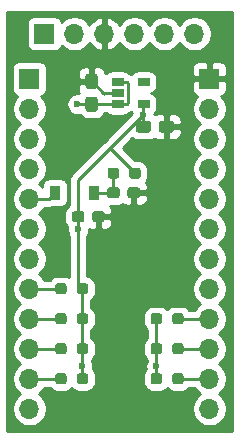
<source format=gbr>
G04 #@! TF.GenerationSoftware,KiCad,Pcbnew,(5.1.10-0-10_14)*
G04 #@! TF.CreationDate,2021-05-24T18:06:32+02:00*
G04 #@! TF.ProjectId,pic-breakout,7069632d-6272-4656-916b-6f75742e6b69,rev?*
G04 #@! TF.SameCoordinates,Original*
G04 #@! TF.FileFunction,Copper,L2,Bot*
G04 #@! TF.FilePolarity,Positive*
%FSLAX46Y46*%
G04 Gerber Fmt 4.6, Leading zero omitted, Abs format (unit mm)*
G04 Created by KiCad (PCBNEW (5.1.10-0-10_14)) date 2021-05-24 18:06:32*
%MOMM*%
%LPD*%
G01*
G04 APERTURE LIST*
G04 #@! TA.AperFunction,ComponentPad*
%ADD10O,1.700000X1.700000*%
G04 #@! TD*
G04 #@! TA.AperFunction,ComponentPad*
%ADD11R,1.700000X1.700000*%
G04 #@! TD*
G04 #@! TA.AperFunction,SMDPad,CuDef*
%ADD12R,0.900000X1.200000*%
G04 #@! TD*
G04 #@! TA.AperFunction,SMDPad,CuDef*
%ADD13R,1.060000X0.650000*%
G04 #@! TD*
G04 #@! TA.AperFunction,ViaPad*
%ADD14C,0.600000*%
G04 #@! TD*
G04 #@! TA.AperFunction,Conductor*
%ADD15C,0.250000*%
G04 #@! TD*
G04 #@! TA.AperFunction,Conductor*
%ADD16C,0.254000*%
G04 #@! TD*
G04 #@! TA.AperFunction,Conductor*
%ADD17C,0.100000*%
G04 #@! TD*
G04 APERTURE END LIST*
D10*
X198755000Y-144145000D03*
X198755000Y-141605000D03*
X198755000Y-139065000D03*
X198755000Y-136525000D03*
X198755000Y-133985000D03*
X198755000Y-131445000D03*
X198755000Y-128905000D03*
X198755000Y-126365000D03*
X198755000Y-123825000D03*
X198755000Y-121285000D03*
X198755000Y-118745000D03*
D11*
X198755000Y-116205000D03*
D10*
X183515000Y-144145000D03*
X183515000Y-141605000D03*
X183515000Y-139065000D03*
X183515000Y-136525000D03*
X183515000Y-133985000D03*
X183515000Y-131445000D03*
X183515000Y-128905000D03*
X183515000Y-126365000D03*
X183515000Y-123825000D03*
X183515000Y-121285000D03*
X183515000Y-118745000D03*
D11*
X183515000Y-116205000D03*
G04 #@! TA.AperFunction,SMDPad,CuDef*
G36*
G01*
X186669500Y-133747500D02*
X186669500Y-134222500D01*
G75*
G02*
X186432000Y-134460000I-237500J0D01*
G01*
X185932000Y-134460000D01*
G75*
G02*
X185694500Y-134222500I0J237500D01*
G01*
X185694500Y-133747500D01*
G75*
G02*
X185932000Y-133510000I237500J0D01*
G01*
X186432000Y-133510000D01*
G75*
G02*
X186669500Y-133747500I0J-237500D01*
G01*
G37*
G04 #@! TD.AperFunction*
G04 #@! TA.AperFunction,SMDPad,CuDef*
G36*
G01*
X188494500Y-133747500D02*
X188494500Y-134222500D01*
G75*
G02*
X188257000Y-134460000I-237500J0D01*
G01*
X187757000Y-134460000D01*
G75*
G02*
X187519500Y-134222500I0J237500D01*
G01*
X187519500Y-133747500D01*
G75*
G02*
X187757000Y-133510000I237500J0D01*
G01*
X188257000Y-133510000D01*
G75*
G02*
X188494500Y-133747500I0J-237500D01*
G01*
G37*
G04 #@! TD.AperFunction*
G04 #@! TA.AperFunction,SMDPad,CuDef*
G36*
G01*
X186669500Y-138827500D02*
X186669500Y-139302500D01*
G75*
G02*
X186432000Y-139540000I-237500J0D01*
G01*
X185932000Y-139540000D01*
G75*
G02*
X185694500Y-139302500I0J237500D01*
G01*
X185694500Y-138827500D01*
G75*
G02*
X185932000Y-138590000I237500J0D01*
G01*
X186432000Y-138590000D01*
G75*
G02*
X186669500Y-138827500I0J-237500D01*
G01*
G37*
G04 #@! TD.AperFunction*
G04 #@! TA.AperFunction,SMDPad,CuDef*
G36*
G01*
X188494500Y-138827500D02*
X188494500Y-139302500D01*
G75*
G02*
X188257000Y-139540000I-237500J0D01*
G01*
X187757000Y-139540000D01*
G75*
G02*
X187519500Y-139302500I0J237500D01*
G01*
X187519500Y-138827500D01*
G75*
G02*
X187757000Y-138590000I237500J0D01*
G01*
X188257000Y-138590000D01*
G75*
G02*
X188494500Y-138827500I0J-237500D01*
G01*
G37*
G04 #@! TD.AperFunction*
G04 #@! TA.AperFunction,SMDPad,CuDef*
G36*
G01*
X186669500Y-136287500D02*
X186669500Y-136762500D01*
G75*
G02*
X186432000Y-137000000I-237500J0D01*
G01*
X185932000Y-137000000D01*
G75*
G02*
X185694500Y-136762500I0J237500D01*
G01*
X185694500Y-136287500D01*
G75*
G02*
X185932000Y-136050000I237500J0D01*
G01*
X186432000Y-136050000D01*
G75*
G02*
X186669500Y-136287500I0J-237500D01*
G01*
G37*
G04 #@! TD.AperFunction*
G04 #@! TA.AperFunction,SMDPad,CuDef*
G36*
G01*
X188494500Y-136287500D02*
X188494500Y-136762500D01*
G75*
G02*
X188257000Y-137000000I-237500J0D01*
G01*
X187757000Y-137000000D01*
G75*
G02*
X187519500Y-136762500I0J237500D01*
G01*
X187519500Y-136287500D01*
G75*
G02*
X187757000Y-136050000I237500J0D01*
G01*
X188257000Y-136050000D01*
G75*
G02*
X188494500Y-136287500I0J-237500D01*
G01*
G37*
G04 #@! TD.AperFunction*
G04 #@! TA.AperFunction,SMDPad,CuDef*
G36*
G01*
X194467000Y-120544001D02*
X194467000Y-119993999D01*
G75*
G02*
X194716999Y-119744000I249999J0D01*
G01*
X195517001Y-119744000D01*
G75*
G02*
X195767000Y-119993999I0J-249999D01*
G01*
X195767000Y-120544001D01*
G75*
G02*
X195517001Y-120794000I-249999J0D01*
G01*
X194716999Y-120794000D01*
G75*
G02*
X194467000Y-120544001I0J249999D01*
G01*
G37*
G04 #@! TD.AperFunction*
G04 #@! TA.AperFunction,SMDPad,CuDef*
G36*
G01*
X192517000Y-120544001D02*
X192517000Y-119993999D01*
G75*
G02*
X192766999Y-119744000I249999J0D01*
G01*
X193567001Y-119744000D01*
G75*
G02*
X193817000Y-119993999I0J-249999D01*
G01*
X193817000Y-120544001D01*
G75*
G02*
X193567001Y-120794000I-249999J0D01*
G01*
X192766999Y-120794000D01*
G75*
G02*
X192517000Y-120544001I0J249999D01*
G01*
G37*
G04 #@! TD.AperFunction*
G04 #@! TA.AperFunction,SMDPad,CuDef*
G36*
G01*
X189060501Y-117064000D02*
X188510499Y-117064000D01*
G75*
G02*
X188260500Y-116814001I0J249999D01*
G01*
X188260500Y-116013999D01*
G75*
G02*
X188510499Y-115764000I249999J0D01*
G01*
X189060501Y-115764000D01*
G75*
G02*
X189310500Y-116013999I0J-249999D01*
G01*
X189310500Y-116814001D01*
G75*
G02*
X189060501Y-117064000I-249999J0D01*
G01*
G37*
G04 #@! TD.AperFunction*
G04 #@! TA.AperFunction,SMDPad,CuDef*
G36*
G01*
X189060501Y-119014000D02*
X188510499Y-119014000D01*
G75*
G02*
X188260500Y-118764001I0J249999D01*
G01*
X188260500Y-117963999D01*
G75*
G02*
X188510499Y-117714000I249999J0D01*
G01*
X189060501Y-117714000D01*
G75*
G02*
X189310500Y-117963999I0J-249999D01*
G01*
X189310500Y-118764001D01*
G75*
G02*
X189060501Y-119014000I-249999J0D01*
G01*
G37*
G04 #@! TD.AperFunction*
G04 #@! TA.AperFunction,SMDPad,CuDef*
G36*
G01*
X195600500Y-136762500D02*
X195600500Y-136287500D01*
G75*
G02*
X195838000Y-136050000I237500J0D01*
G01*
X196338000Y-136050000D01*
G75*
G02*
X196575500Y-136287500I0J-237500D01*
G01*
X196575500Y-136762500D01*
G75*
G02*
X196338000Y-137000000I-237500J0D01*
G01*
X195838000Y-137000000D01*
G75*
G02*
X195600500Y-136762500I0J237500D01*
G01*
G37*
G04 #@! TD.AperFunction*
G04 #@! TA.AperFunction,SMDPad,CuDef*
G36*
G01*
X193775500Y-136762500D02*
X193775500Y-136287500D01*
G75*
G02*
X194013000Y-136050000I237500J0D01*
G01*
X194513000Y-136050000D01*
G75*
G02*
X194750500Y-136287500I0J-237500D01*
G01*
X194750500Y-136762500D01*
G75*
G02*
X194513000Y-137000000I-237500J0D01*
G01*
X194013000Y-137000000D01*
G75*
G02*
X193775500Y-136762500I0J237500D01*
G01*
G37*
G04 #@! TD.AperFunction*
G04 #@! TA.AperFunction,SMDPad,CuDef*
G36*
G01*
X195600500Y-141842500D02*
X195600500Y-141367500D01*
G75*
G02*
X195838000Y-141130000I237500J0D01*
G01*
X196338000Y-141130000D01*
G75*
G02*
X196575500Y-141367500I0J-237500D01*
G01*
X196575500Y-141842500D01*
G75*
G02*
X196338000Y-142080000I-237500J0D01*
G01*
X195838000Y-142080000D01*
G75*
G02*
X195600500Y-141842500I0J237500D01*
G01*
G37*
G04 #@! TD.AperFunction*
G04 #@! TA.AperFunction,SMDPad,CuDef*
G36*
G01*
X193775500Y-141842500D02*
X193775500Y-141367500D01*
G75*
G02*
X194013000Y-141130000I237500J0D01*
G01*
X194513000Y-141130000D01*
G75*
G02*
X194750500Y-141367500I0J-237500D01*
G01*
X194750500Y-141842500D01*
G75*
G02*
X194513000Y-142080000I-237500J0D01*
G01*
X194013000Y-142080000D01*
G75*
G02*
X193775500Y-141842500I0J237500D01*
G01*
G37*
G04 #@! TD.AperFunction*
G04 #@! TA.AperFunction,SMDPad,CuDef*
G36*
G01*
X195600500Y-139302500D02*
X195600500Y-138827500D01*
G75*
G02*
X195838000Y-138590000I237500J0D01*
G01*
X196338000Y-138590000D01*
G75*
G02*
X196575500Y-138827500I0J-237500D01*
G01*
X196575500Y-139302500D01*
G75*
G02*
X196338000Y-139540000I-237500J0D01*
G01*
X195838000Y-139540000D01*
G75*
G02*
X195600500Y-139302500I0J237500D01*
G01*
G37*
G04 #@! TD.AperFunction*
G04 #@! TA.AperFunction,SMDPad,CuDef*
G36*
G01*
X193775500Y-139302500D02*
X193775500Y-138827500D01*
G75*
G02*
X194013000Y-138590000I237500J0D01*
G01*
X194513000Y-138590000D01*
G75*
G02*
X194750500Y-138827500I0J-237500D01*
G01*
X194750500Y-139302500D01*
G75*
G02*
X194513000Y-139540000I-237500J0D01*
G01*
X194013000Y-139540000D01*
G75*
G02*
X193775500Y-139302500I0J237500D01*
G01*
G37*
G04 #@! TD.AperFunction*
G04 #@! TA.AperFunction,SMDPad,CuDef*
G36*
G01*
X191114500Y-123968500D02*
X191114500Y-124443500D01*
G75*
G02*
X190877000Y-124681000I-237500J0D01*
G01*
X190377000Y-124681000D01*
G75*
G02*
X190139500Y-124443500I0J237500D01*
G01*
X190139500Y-123968500D01*
G75*
G02*
X190377000Y-123731000I237500J0D01*
G01*
X190877000Y-123731000D01*
G75*
G02*
X191114500Y-123968500I0J-237500D01*
G01*
G37*
G04 #@! TD.AperFunction*
G04 #@! TA.AperFunction,SMDPad,CuDef*
G36*
G01*
X192939500Y-123968500D02*
X192939500Y-124443500D01*
G75*
G02*
X192702000Y-124681000I-237500J0D01*
G01*
X192202000Y-124681000D01*
G75*
G02*
X191964500Y-124443500I0J237500D01*
G01*
X191964500Y-123968500D01*
G75*
G02*
X192202000Y-123731000I237500J0D01*
G01*
X192702000Y-123731000D01*
G75*
G02*
X192939500Y-123968500I0J-237500D01*
G01*
G37*
G04 #@! TD.AperFunction*
G04 #@! TA.AperFunction,SMDPad,CuDef*
G36*
G01*
X186669500Y-141367500D02*
X186669500Y-141842500D01*
G75*
G02*
X186432000Y-142080000I-237500J0D01*
G01*
X185932000Y-142080000D01*
G75*
G02*
X185694500Y-141842500I0J237500D01*
G01*
X185694500Y-141367500D01*
G75*
G02*
X185932000Y-141130000I237500J0D01*
G01*
X186432000Y-141130000D01*
G75*
G02*
X186669500Y-141367500I0J-237500D01*
G01*
G37*
G04 #@! TD.AperFunction*
G04 #@! TA.AperFunction,SMDPad,CuDef*
G36*
G01*
X188494500Y-141367500D02*
X188494500Y-141842500D01*
G75*
G02*
X188257000Y-142080000I-237500J0D01*
G01*
X187757000Y-142080000D01*
G75*
G02*
X187519500Y-141842500I0J237500D01*
G01*
X187519500Y-141367500D01*
G75*
G02*
X187757000Y-141130000I237500J0D01*
G01*
X188257000Y-141130000D01*
G75*
G02*
X188494500Y-141367500I0J-237500D01*
G01*
G37*
G04 #@! TD.AperFunction*
D10*
X197485000Y-112395000D03*
X194945000Y-112395000D03*
X192405000Y-112395000D03*
X189865000Y-112395000D03*
X187325000Y-112395000D03*
D11*
X184785000Y-112395000D03*
D12*
X188974000Y-125857000D03*
X185674000Y-125857000D03*
G04 #@! TA.AperFunction,SMDPad,CuDef*
G36*
G01*
X188180000Y-127651500D02*
X188180000Y-128126500D01*
G75*
G02*
X187942500Y-128364000I-237500J0D01*
G01*
X187342500Y-128364000D01*
G75*
G02*
X187105000Y-128126500I0J237500D01*
G01*
X187105000Y-127651500D01*
G75*
G02*
X187342500Y-127414000I237500J0D01*
G01*
X187942500Y-127414000D01*
G75*
G02*
X188180000Y-127651500I0J-237500D01*
G01*
G37*
G04 #@! TD.AperFunction*
G04 #@! TA.AperFunction,SMDPad,CuDef*
G36*
G01*
X189905000Y-127651500D02*
X189905000Y-128126500D01*
G75*
G02*
X189667500Y-128364000I-237500J0D01*
G01*
X189067500Y-128364000D01*
G75*
G02*
X188830000Y-128126500I0J237500D01*
G01*
X188830000Y-127651500D01*
G75*
G02*
X189067500Y-127414000I237500J0D01*
G01*
X189667500Y-127414000D01*
G75*
G02*
X189905000Y-127651500I0J-237500D01*
G01*
G37*
G04 #@! TD.AperFunction*
G04 #@! TA.AperFunction,SMDPad,CuDef*
G36*
G01*
X191814500Y-126094500D02*
X191814500Y-125619500D01*
G75*
G02*
X192052000Y-125382000I237500J0D01*
G01*
X192652000Y-125382000D01*
G75*
G02*
X192889500Y-125619500I0J-237500D01*
G01*
X192889500Y-126094500D01*
G75*
G02*
X192652000Y-126332000I-237500J0D01*
G01*
X192052000Y-126332000D01*
G75*
G02*
X191814500Y-126094500I0J237500D01*
G01*
G37*
G04 #@! TD.AperFunction*
G04 #@! TA.AperFunction,SMDPad,CuDef*
G36*
G01*
X190089500Y-126094500D02*
X190089500Y-125619500D01*
G75*
G02*
X190327000Y-125382000I237500J0D01*
G01*
X190927000Y-125382000D01*
G75*
G02*
X191164500Y-125619500I0J-237500D01*
G01*
X191164500Y-126094500D01*
G75*
G02*
X190927000Y-126332000I-237500J0D01*
G01*
X190327000Y-126332000D01*
G75*
G02*
X190089500Y-126094500I0J237500D01*
G01*
G37*
G04 #@! TD.AperFunction*
D13*
X193187500Y-118361500D03*
X193187500Y-116461500D03*
X190987500Y-116461500D03*
X190987500Y-117411500D03*
X190987500Y-118361500D03*
D14*
X195834000Y-128333500D03*
X187579000Y-118364000D03*
X188007000Y-140509000D03*
X194263000Y-140542000D03*
X187642500Y-128968500D03*
X193167000Y-119253000D03*
D15*
X189783000Y-117411500D02*
X188785500Y-116414000D01*
X190987500Y-117411500D02*
X189783000Y-117411500D01*
X191767500Y-116461500D02*
X190987500Y-116461500D01*
X191842501Y-118286499D02*
X191842501Y-116536501D01*
X191767500Y-118361500D02*
X191842501Y-118286499D01*
X191842501Y-116536501D02*
X191767500Y-116461500D01*
X190987500Y-118361500D02*
X191767500Y-118361500D01*
X188788000Y-118361500D02*
X188785500Y-118364000D01*
X190987500Y-118361500D02*
X188788000Y-118361500D01*
X187579000Y-118364000D02*
X188785500Y-118364000D01*
X188007000Y-139065000D02*
X188007000Y-136525000D01*
X188007000Y-136525000D02*
X188007000Y-133985000D01*
X194263000Y-139065000D02*
X194263000Y-136525000D01*
X188007000Y-140509000D02*
X188007000Y-139065000D01*
X188007000Y-141605000D02*
X188007000Y-140509000D01*
X194263000Y-140542000D02*
X194263000Y-139065000D01*
X194263000Y-141605000D02*
X194263000Y-140542000D01*
X187642500Y-133620500D02*
X188007000Y-133985000D01*
X187642500Y-128968500D02*
X187642500Y-133620500D01*
X187642500Y-127889000D02*
X187642500Y-128968500D01*
X193167000Y-118382000D02*
X193187500Y-118361500D01*
X193167000Y-120269000D02*
X193167000Y-119253000D01*
X193167000Y-119253000D02*
X193167000Y-118382000D01*
X187642500Y-128968500D02*
X187642500Y-124777500D01*
X190356500Y-122110500D02*
X192452000Y-124206000D01*
X187642500Y-124777500D02*
X190309500Y-122110500D01*
X190309500Y-122110500D02*
X190356500Y-122110500D01*
X190309500Y-122110500D02*
X193167000Y-119253000D01*
X188974000Y-125857000D02*
X190627000Y-125857000D01*
X190627000Y-125857000D02*
X190627000Y-124206000D01*
X186182000Y-141605000D02*
X183515000Y-141605000D01*
X196088000Y-141605000D02*
X198755000Y-141605000D01*
X196088000Y-139065000D02*
X198755000Y-139065000D01*
X196088000Y-136525000D02*
X198755000Y-136525000D01*
X186182000Y-139065000D02*
X183515000Y-139065000D01*
X186182000Y-136525000D02*
X183515000Y-136525000D01*
X186182000Y-133985000D02*
X183515000Y-133985000D01*
X185166000Y-126365000D02*
X185674000Y-125857000D01*
X183515000Y-126365000D02*
X185166000Y-126365000D01*
D16*
X200635001Y-146025000D02*
X181635000Y-146025000D01*
X181635000Y-115355000D01*
X182026928Y-115355000D01*
X182026928Y-117055000D01*
X182039188Y-117179482D01*
X182075498Y-117299180D01*
X182134463Y-117409494D01*
X182213815Y-117506185D01*
X182310506Y-117585537D01*
X182420820Y-117644502D01*
X182493380Y-117666513D01*
X182361525Y-117798368D01*
X182199010Y-118041589D01*
X182087068Y-118311842D01*
X182030000Y-118598740D01*
X182030000Y-118891260D01*
X182087068Y-119178158D01*
X182199010Y-119448411D01*
X182361525Y-119691632D01*
X182568368Y-119898475D01*
X182742760Y-120015000D01*
X182568368Y-120131525D01*
X182361525Y-120338368D01*
X182199010Y-120581589D01*
X182087068Y-120851842D01*
X182030000Y-121138740D01*
X182030000Y-121431260D01*
X182087068Y-121718158D01*
X182199010Y-121988411D01*
X182361525Y-122231632D01*
X182568368Y-122438475D01*
X182742760Y-122555000D01*
X182568368Y-122671525D01*
X182361525Y-122878368D01*
X182199010Y-123121589D01*
X182087068Y-123391842D01*
X182030000Y-123678740D01*
X182030000Y-123971260D01*
X182087068Y-124258158D01*
X182199010Y-124528411D01*
X182361525Y-124771632D01*
X182568368Y-124978475D01*
X182742760Y-125095000D01*
X182568368Y-125211525D01*
X182361525Y-125418368D01*
X182199010Y-125661589D01*
X182087068Y-125931842D01*
X182030000Y-126218740D01*
X182030000Y-126511260D01*
X182087068Y-126798158D01*
X182199010Y-127068411D01*
X182361525Y-127311632D01*
X182568368Y-127518475D01*
X182742760Y-127635000D01*
X182568368Y-127751525D01*
X182361525Y-127958368D01*
X182199010Y-128201589D01*
X182087068Y-128471842D01*
X182030000Y-128758740D01*
X182030000Y-129051260D01*
X182087068Y-129338158D01*
X182199010Y-129608411D01*
X182361525Y-129851632D01*
X182568368Y-130058475D01*
X182742760Y-130175000D01*
X182568368Y-130291525D01*
X182361525Y-130498368D01*
X182199010Y-130741589D01*
X182087068Y-131011842D01*
X182030000Y-131298740D01*
X182030000Y-131591260D01*
X182087068Y-131878158D01*
X182199010Y-132148411D01*
X182361525Y-132391632D01*
X182568368Y-132598475D01*
X182742760Y-132715000D01*
X182568368Y-132831525D01*
X182361525Y-133038368D01*
X182199010Y-133281589D01*
X182087068Y-133551842D01*
X182030000Y-133838740D01*
X182030000Y-134131260D01*
X182087068Y-134418158D01*
X182199010Y-134688411D01*
X182361525Y-134931632D01*
X182568368Y-135138475D01*
X182742760Y-135255000D01*
X182568368Y-135371525D01*
X182361525Y-135578368D01*
X182199010Y-135821589D01*
X182087068Y-136091842D01*
X182030000Y-136378740D01*
X182030000Y-136671260D01*
X182087068Y-136958158D01*
X182199010Y-137228411D01*
X182361525Y-137471632D01*
X182568368Y-137678475D01*
X182742760Y-137795000D01*
X182568368Y-137911525D01*
X182361525Y-138118368D01*
X182199010Y-138361589D01*
X182087068Y-138631842D01*
X182030000Y-138918740D01*
X182030000Y-139211260D01*
X182087068Y-139498158D01*
X182199010Y-139768411D01*
X182361525Y-140011632D01*
X182568368Y-140218475D01*
X182742760Y-140335000D01*
X182568368Y-140451525D01*
X182361525Y-140658368D01*
X182199010Y-140901589D01*
X182087068Y-141171842D01*
X182030000Y-141458740D01*
X182030000Y-141751260D01*
X182087068Y-142038158D01*
X182199010Y-142308411D01*
X182361525Y-142551632D01*
X182568368Y-142758475D01*
X182742760Y-142875000D01*
X182568368Y-142991525D01*
X182361525Y-143198368D01*
X182199010Y-143441589D01*
X182087068Y-143711842D01*
X182030000Y-143998740D01*
X182030000Y-144291260D01*
X182087068Y-144578158D01*
X182199010Y-144848411D01*
X182361525Y-145091632D01*
X182568368Y-145298475D01*
X182811589Y-145460990D01*
X183081842Y-145572932D01*
X183368740Y-145630000D01*
X183661260Y-145630000D01*
X183948158Y-145572932D01*
X184218411Y-145460990D01*
X184461632Y-145298475D01*
X184668475Y-145091632D01*
X184830990Y-144848411D01*
X184942932Y-144578158D01*
X185000000Y-144291260D01*
X185000000Y-143998740D01*
X184942932Y-143711842D01*
X184830990Y-143441589D01*
X184668475Y-143198368D01*
X184461632Y-142991525D01*
X184287240Y-142875000D01*
X184461632Y-142758475D01*
X184668475Y-142551632D01*
X184793178Y-142365000D01*
X185233580Y-142365000D01*
X185312877Y-142461623D01*
X185445558Y-142570512D01*
X185596933Y-142651423D01*
X185761184Y-142701248D01*
X185932000Y-142718072D01*
X186432000Y-142718072D01*
X186602816Y-142701248D01*
X186767067Y-142651423D01*
X186918442Y-142570512D01*
X187051123Y-142461623D01*
X187094500Y-142408768D01*
X187137877Y-142461623D01*
X187270558Y-142570512D01*
X187421933Y-142651423D01*
X187586184Y-142701248D01*
X187757000Y-142718072D01*
X188257000Y-142718072D01*
X188427816Y-142701248D01*
X188592067Y-142651423D01*
X188743442Y-142570512D01*
X188876123Y-142461623D01*
X188985012Y-142328942D01*
X189065923Y-142177567D01*
X189115748Y-142013316D01*
X189132572Y-141842500D01*
X189132572Y-141367500D01*
X189115748Y-141196684D01*
X189065923Y-141032433D01*
X188985012Y-140881058D01*
X188905205Y-140783813D01*
X188906068Y-140781729D01*
X188942000Y-140601089D01*
X188942000Y-140416911D01*
X188906068Y-140236271D01*
X188835586Y-140066111D01*
X188787590Y-139994280D01*
X188876123Y-139921623D01*
X188985012Y-139788942D01*
X189065923Y-139637567D01*
X189115748Y-139473316D01*
X189132572Y-139302500D01*
X189132572Y-138827500D01*
X189115748Y-138656684D01*
X189065923Y-138492433D01*
X188985012Y-138341058D01*
X188876123Y-138208377D01*
X188767000Y-138118822D01*
X188767000Y-137471178D01*
X188876123Y-137381623D01*
X188985012Y-137248942D01*
X189065923Y-137097567D01*
X189115748Y-136933316D01*
X189132572Y-136762500D01*
X189132572Y-136287500D01*
X193137428Y-136287500D01*
X193137428Y-136762500D01*
X193154252Y-136933316D01*
X193204077Y-137097567D01*
X193284988Y-137248942D01*
X193393877Y-137381623D01*
X193503001Y-137471179D01*
X193503000Y-138118821D01*
X193393877Y-138208377D01*
X193284988Y-138341058D01*
X193204077Y-138492433D01*
X193154252Y-138656684D01*
X193137428Y-138827500D01*
X193137428Y-139302500D01*
X193154252Y-139473316D01*
X193204077Y-139637567D01*
X193284988Y-139788942D01*
X193393877Y-139921623D01*
X193496650Y-140005967D01*
X193434414Y-140099111D01*
X193363932Y-140269271D01*
X193328000Y-140449911D01*
X193328000Y-140634089D01*
X193359151Y-140790691D01*
X193284988Y-140881058D01*
X193204077Y-141032433D01*
X193154252Y-141196684D01*
X193137428Y-141367500D01*
X193137428Y-141842500D01*
X193154252Y-142013316D01*
X193204077Y-142177567D01*
X193284988Y-142328942D01*
X193393877Y-142461623D01*
X193526558Y-142570512D01*
X193677933Y-142651423D01*
X193842184Y-142701248D01*
X194013000Y-142718072D01*
X194513000Y-142718072D01*
X194683816Y-142701248D01*
X194848067Y-142651423D01*
X194999442Y-142570512D01*
X195132123Y-142461623D01*
X195175500Y-142408768D01*
X195218877Y-142461623D01*
X195351558Y-142570512D01*
X195502933Y-142651423D01*
X195667184Y-142701248D01*
X195838000Y-142718072D01*
X196338000Y-142718072D01*
X196508816Y-142701248D01*
X196673067Y-142651423D01*
X196824442Y-142570512D01*
X196957123Y-142461623D01*
X197036420Y-142365000D01*
X197476822Y-142365000D01*
X197601525Y-142551632D01*
X197808368Y-142758475D01*
X197982760Y-142875000D01*
X197808368Y-142991525D01*
X197601525Y-143198368D01*
X197439010Y-143441589D01*
X197327068Y-143711842D01*
X197270000Y-143998740D01*
X197270000Y-144291260D01*
X197327068Y-144578158D01*
X197439010Y-144848411D01*
X197601525Y-145091632D01*
X197808368Y-145298475D01*
X198051589Y-145460990D01*
X198321842Y-145572932D01*
X198608740Y-145630000D01*
X198901260Y-145630000D01*
X199188158Y-145572932D01*
X199458411Y-145460990D01*
X199701632Y-145298475D01*
X199908475Y-145091632D01*
X200070990Y-144848411D01*
X200182932Y-144578158D01*
X200240000Y-144291260D01*
X200240000Y-143998740D01*
X200182932Y-143711842D01*
X200070990Y-143441589D01*
X199908475Y-143198368D01*
X199701632Y-142991525D01*
X199527240Y-142875000D01*
X199701632Y-142758475D01*
X199908475Y-142551632D01*
X200070990Y-142308411D01*
X200182932Y-142038158D01*
X200240000Y-141751260D01*
X200240000Y-141458740D01*
X200182932Y-141171842D01*
X200070990Y-140901589D01*
X199908475Y-140658368D01*
X199701632Y-140451525D01*
X199527240Y-140335000D01*
X199701632Y-140218475D01*
X199908475Y-140011632D01*
X200070990Y-139768411D01*
X200182932Y-139498158D01*
X200240000Y-139211260D01*
X200240000Y-138918740D01*
X200182932Y-138631842D01*
X200070990Y-138361589D01*
X199908475Y-138118368D01*
X199701632Y-137911525D01*
X199527240Y-137795000D01*
X199701632Y-137678475D01*
X199908475Y-137471632D01*
X200070990Y-137228411D01*
X200182932Y-136958158D01*
X200240000Y-136671260D01*
X200240000Y-136378740D01*
X200182932Y-136091842D01*
X200070990Y-135821589D01*
X199908475Y-135578368D01*
X199701632Y-135371525D01*
X199527240Y-135255000D01*
X199701632Y-135138475D01*
X199908475Y-134931632D01*
X200070990Y-134688411D01*
X200182932Y-134418158D01*
X200240000Y-134131260D01*
X200240000Y-133838740D01*
X200182932Y-133551842D01*
X200070990Y-133281589D01*
X199908475Y-133038368D01*
X199701632Y-132831525D01*
X199527240Y-132715000D01*
X199701632Y-132598475D01*
X199908475Y-132391632D01*
X200070990Y-132148411D01*
X200182932Y-131878158D01*
X200240000Y-131591260D01*
X200240000Y-131298740D01*
X200182932Y-131011842D01*
X200070990Y-130741589D01*
X199908475Y-130498368D01*
X199701632Y-130291525D01*
X199527240Y-130175000D01*
X199701632Y-130058475D01*
X199908475Y-129851632D01*
X200070990Y-129608411D01*
X200182932Y-129338158D01*
X200240000Y-129051260D01*
X200240000Y-128758740D01*
X200182932Y-128471842D01*
X200070990Y-128201589D01*
X199908475Y-127958368D01*
X199701632Y-127751525D01*
X199527240Y-127635000D01*
X199701632Y-127518475D01*
X199908475Y-127311632D01*
X200070990Y-127068411D01*
X200182932Y-126798158D01*
X200240000Y-126511260D01*
X200240000Y-126218740D01*
X200182932Y-125931842D01*
X200070990Y-125661589D01*
X199908475Y-125418368D01*
X199701632Y-125211525D01*
X199527240Y-125095000D01*
X199701632Y-124978475D01*
X199908475Y-124771632D01*
X200070990Y-124528411D01*
X200182932Y-124258158D01*
X200240000Y-123971260D01*
X200240000Y-123678740D01*
X200182932Y-123391842D01*
X200070990Y-123121589D01*
X199908475Y-122878368D01*
X199701632Y-122671525D01*
X199527240Y-122555000D01*
X199701632Y-122438475D01*
X199908475Y-122231632D01*
X200070990Y-121988411D01*
X200182932Y-121718158D01*
X200240000Y-121431260D01*
X200240000Y-121138740D01*
X200182932Y-120851842D01*
X200070990Y-120581589D01*
X199908475Y-120338368D01*
X199701632Y-120131525D01*
X199527240Y-120015000D01*
X199701632Y-119898475D01*
X199908475Y-119691632D01*
X200070990Y-119448411D01*
X200182932Y-119178158D01*
X200240000Y-118891260D01*
X200240000Y-118598740D01*
X200182932Y-118311842D01*
X200070990Y-118041589D01*
X199908475Y-117798368D01*
X199776620Y-117666513D01*
X199849180Y-117644502D01*
X199959494Y-117585537D01*
X200056185Y-117506185D01*
X200135537Y-117409494D01*
X200194502Y-117299180D01*
X200230812Y-117179482D01*
X200243072Y-117055000D01*
X200240000Y-116490750D01*
X200081250Y-116332000D01*
X198882000Y-116332000D01*
X198882000Y-116352000D01*
X198628000Y-116352000D01*
X198628000Y-116332000D01*
X197428750Y-116332000D01*
X197270000Y-116490750D01*
X197266928Y-117055000D01*
X197279188Y-117179482D01*
X197315498Y-117299180D01*
X197374463Y-117409494D01*
X197453815Y-117506185D01*
X197550506Y-117585537D01*
X197660820Y-117644502D01*
X197733380Y-117666513D01*
X197601525Y-117798368D01*
X197439010Y-118041589D01*
X197327068Y-118311842D01*
X197270000Y-118598740D01*
X197270000Y-118891260D01*
X197327068Y-119178158D01*
X197439010Y-119448411D01*
X197601525Y-119691632D01*
X197808368Y-119898475D01*
X197982760Y-120015000D01*
X197808368Y-120131525D01*
X197601525Y-120338368D01*
X197439010Y-120581589D01*
X197327068Y-120851842D01*
X197270000Y-121138740D01*
X197270000Y-121431260D01*
X197327068Y-121718158D01*
X197439010Y-121988411D01*
X197601525Y-122231632D01*
X197808368Y-122438475D01*
X197982760Y-122555000D01*
X197808368Y-122671525D01*
X197601525Y-122878368D01*
X197439010Y-123121589D01*
X197327068Y-123391842D01*
X197270000Y-123678740D01*
X197270000Y-123971260D01*
X197327068Y-124258158D01*
X197439010Y-124528411D01*
X197601525Y-124771632D01*
X197808368Y-124978475D01*
X197982760Y-125095000D01*
X197808368Y-125211525D01*
X197601525Y-125418368D01*
X197439010Y-125661589D01*
X197327068Y-125931842D01*
X197270000Y-126218740D01*
X197270000Y-126511260D01*
X197327068Y-126798158D01*
X197439010Y-127068411D01*
X197601525Y-127311632D01*
X197808368Y-127518475D01*
X197982760Y-127635000D01*
X197808368Y-127751525D01*
X197601525Y-127958368D01*
X197439010Y-128201589D01*
X197327068Y-128471842D01*
X197270000Y-128758740D01*
X197270000Y-129051260D01*
X197327068Y-129338158D01*
X197439010Y-129608411D01*
X197601525Y-129851632D01*
X197808368Y-130058475D01*
X197982760Y-130175000D01*
X197808368Y-130291525D01*
X197601525Y-130498368D01*
X197439010Y-130741589D01*
X197327068Y-131011842D01*
X197270000Y-131298740D01*
X197270000Y-131591260D01*
X197327068Y-131878158D01*
X197439010Y-132148411D01*
X197601525Y-132391632D01*
X197808368Y-132598475D01*
X197982760Y-132715000D01*
X197808368Y-132831525D01*
X197601525Y-133038368D01*
X197439010Y-133281589D01*
X197327068Y-133551842D01*
X197270000Y-133838740D01*
X197270000Y-134131260D01*
X197327068Y-134418158D01*
X197439010Y-134688411D01*
X197601525Y-134931632D01*
X197808368Y-135138475D01*
X197982760Y-135255000D01*
X197808368Y-135371525D01*
X197601525Y-135578368D01*
X197476822Y-135765000D01*
X197036420Y-135765000D01*
X196957123Y-135668377D01*
X196824442Y-135559488D01*
X196673067Y-135478577D01*
X196508816Y-135428752D01*
X196338000Y-135411928D01*
X195838000Y-135411928D01*
X195667184Y-135428752D01*
X195502933Y-135478577D01*
X195351558Y-135559488D01*
X195218877Y-135668377D01*
X195175500Y-135721232D01*
X195132123Y-135668377D01*
X194999442Y-135559488D01*
X194848067Y-135478577D01*
X194683816Y-135428752D01*
X194513000Y-135411928D01*
X194013000Y-135411928D01*
X193842184Y-135428752D01*
X193677933Y-135478577D01*
X193526558Y-135559488D01*
X193393877Y-135668377D01*
X193284988Y-135801058D01*
X193204077Y-135952433D01*
X193154252Y-136116684D01*
X193137428Y-136287500D01*
X189132572Y-136287500D01*
X189115748Y-136116684D01*
X189065923Y-135952433D01*
X188985012Y-135801058D01*
X188876123Y-135668377D01*
X188767000Y-135578822D01*
X188767000Y-134931178D01*
X188876123Y-134841623D01*
X188985012Y-134708942D01*
X189065923Y-134557567D01*
X189115748Y-134393316D01*
X189132572Y-134222500D01*
X189132572Y-133747500D01*
X189115748Y-133576684D01*
X189065923Y-133412433D01*
X188985012Y-133261058D01*
X188876123Y-133128377D01*
X188743442Y-133019488D01*
X188592067Y-132938577D01*
X188427816Y-132888752D01*
X188402500Y-132886259D01*
X188402500Y-129514035D01*
X188471086Y-129411389D01*
X188541568Y-129241229D01*
X188577500Y-129060589D01*
X188577500Y-128949055D01*
X188585820Y-128953502D01*
X188705518Y-128989812D01*
X188830000Y-129002072D01*
X189081750Y-128999000D01*
X189240500Y-128840250D01*
X189240500Y-128016000D01*
X189494500Y-128016000D01*
X189494500Y-128840250D01*
X189653250Y-128999000D01*
X189905000Y-129002072D01*
X190029482Y-128989812D01*
X190149180Y-128953502D01*
X190259494Y-128894537D01*
X190356185Y-128815185D01*
X190435537Y-128718494D01*
X190494502Y-128608180D01*
X190530812Y-128488482D01*
X190543072Y-128364000D01*
X190540000Y-128174750D01*
X190381250Y-128016000D01*
X189494500Y-128016000D01*
X189240500Y-128016000D01*
X189220500Y-128016000D01*
X189220500Y-127762000D01*
X189240500Y-127762000D01*
X189240500Y-127742000D01*
X189494500Y-127742000D01*
X189494500Y-127762000D01*
X190381250Y-127762000D01*
X190540000Y-127603250D01*
X190543072Y-127414000D01*
X190530812Y-127289518D01*
X190494502Y-127169820D01*
X190435537Y-127059506D01*
X190362141Y-126970072D01*
X190927000Y-126970072D01*
X191097816Y-126953248D01*
X191262067Y-126903423D01*
X191412106Y-126823226D01*
X191460006Y-126862537D01*
X191570320Y-126921502D01*
X191690018Y-126957812D01*
X191814500Y-126970072D01*
X192066250Y-126967000D01*
X192225000Y-126808250D01*
X192225000Y-125984000D01*
X192479000Y-125984000D01*
X192479000Y-126808250D01*
X192637750Y-126967000D01*
X192889500Y-126970072D01*
X193013982Y-126957812D01*
X193133680Y-126921502D01*
X193243994Y-126862537D01*
X193340685Y-126783185D01*
X193420037Y-126686494D01*
X193479002Y-126576180D01*
X193515312Y-126456482D01*
X193527572Y-126332000D01*
X193524500Y-126142750D01*
X193365750Y-125984000D01*
X192479000Y-125984000D01*
X192225000Y-125984000D01*
X192205000Y-125984000D01*
X192205000Y-125730000D01*
X192225000Y-125730000D01*
X192225000Y-125710000D01*
X192479000Y-125710000D01*
X192479000Y-125730000D01*
X193365750Y-125730000D01*
X193524500Y-125571250D01*
X193527572Y-125382000D01*
X193515312Y-125257518D01*
X193479002Y-125137820D01*
X193420037Y-125027506D01*
X193384990Y-124984801D01*
X193430012Y-124929942D01*
X193510923Y-124778567D01*
X193560748Y-124614316D01*
X193577572Y-124443500D01*
X193577572Y-123968500D01*
X193560748Y-123797684D01*
X193510923Y-123633433D01*
X193430012Y-123482058D01*
X193321123Y-123349377D01*
X193188442Y-123240488D01*
X193037067Y-123159577D01*
X192872816Y-123109752D01*
X192702000Y-123092928D01*
X192413730Y-123092928D01*
X191407801Y-122087000D01*
X192239990Y-121254811D01*
X192273613Y-121282405D01*
X192427149Y-121364472D01*
X192593745Y-121415008D01*
X192766999Y-121432072D01*
X193567001Y-121432072D01*
X193740255Y-121415008D01*
X193906851Y-121364472D01*
X194060387Y-121282405D01*
X194060777Y-121282085D01*
X194112506Y-121324537D01*
X194222820Y-121383502D01*
X194342518Y-121419812D01*
X194467000Y-121432072D01*
X194831250Y-121429000D01*
X194990000Y-121270250D01*
X194990000Y-120396000D01*
X195244000Y-120396000D01*
X195244000Y-121270250D01*
X195402750Y-121429000D01*
X195767000Y-121432072D01*
X195891482Y-121419812D01*
X196011180Y-121383502D01*
X196121494Y-121324537D01*
X196218185Y-121245185D01*
X196297537Y-121148494D01*
X196356502Y-121038180D01*
X196392812Y-120918482D01*
X196405072Y-120794000D01*
X196402000Y-120554750D01*
X196243250Y-120396000D01*
X195244000Y-120396000D01*
X194990000Y-120396000D01*
X194970000Y-120396000D01*
X194970000Y-120142000D01*
X194990000Y-120142000D01*
X194990000Y-119267750D01*
X195244000Y-119267750D01*
X195244000Y-120142000D01*
X196243250Y-120142000D01*
X196402000Y-119983250D01*
X196405072Y-119744000D01*
X196392812Y-119619518D01*
X196356502Y-119499820D01*
X196297537Y-119389506D01*
X196218185Y-119292815D01*
X196121494Y-119213463D01*
X196011180Y-119154498D01*
X195891482Y-119118188D01*
X195767000Y-119105928D01*
X195402750Y-119109000D01*
X195244000Y-119267750D01*
X194990000Y-119267750D01*
X194831250Y-119109000D01*
X194467000Y-119105928D01*
X194342518Y-119118188D01*
X194222820Y-119154498D01*
X194112506Y-119213463D01*
X194102000Y-119222085D01*
X194102000Y-119192412D01*
X194168685Y-119137685D01*
X194248037Y-119040994D01*
X194307002Y-118930680D01*
X194343312Y-118810982D01*
X194355572Y-118686500D01*
X194355572Y-118036500D01*
X194343312Y-117912018D01*
X194307002Y-117792320D01*
X194248037Y-117682006D01*
X194168685Y-117585315D01*
X194071994Y-117505963D01*
X193961680Y-117446998D01*
X193844659Y-117411500D01*
X193961680Y-117376002D01*
X194071994Y-117317037D01*
X194168685Y-117237685D01*
X194248037Y-117140994D01*
X194307002Y-117030680D01*
X194343312Y-116910982D01*
X194355572Y-116786500D01*
X194355572Y-116136500D01*
X194343312Y-116012018D01*
X194307002Y-115892320D01*
X194248037Y-115782006D01*
X194168685Y-115685315D01*
X194071994Y-115605963D01*
X193961680Y-115546998D01*
X193841982Y-115510688D01*
X193717500Y-115498428D01*
X192657500Y-115498428D01*
X192533018Y-115510688D01*
X192413320Y-115546998D01*
X192303006Y-115605963D01*
X192206315Y-115685315D01*
X192126963Y-115782006D01*
X192122857Y-115789688D01*
X192059747Y-115755954D01*
X192015689Y-115742589D01*
X191968685Y-115685315D01*
X191871994Y-115605963D01*
X191761680Y-115546998D01*
X191641982Y-115510688D01*
X191517500Y-115498428D01*
X190457500Y-115498428D01*
X190333018Y-115510688D01*
X190213320Y-115546998D01*
X190103006Y-115605963D01*
X190006315Y-115685315D01*
X189947840Y-115756567D01*
X189936312Y-115639518D01*
X189900002Y-115519820D01*
X189841037Y-115409506D01*
X189796306Y-115355000D01*
X197266928Y-115355000D01*
X197270000Y-115919250D01*
X197428750Y-116078000D01*
X198628000Y-116078000D01*
X198628000Y-114878750D01*
X198882000Y-114878750D01*
X198882000Y-116078000D01*
X200081250Y-116078000D01*
X200240000Y-115919250D01*
X200243072Y-115355000D01*
X200230812Y-115230518D01*
X200194502Y-115110820D01*
X200135537Y-115000506D01*
X200056185Y-114903815D01*
X199959494Y-114824463D01*
X199849180Y-114765498D01*
X199729482Y-114729188D01*
X199605000Y-114716928D01*
X199040750Y-114720000D01*
X198882000Y-114878750D01*
X198628000Y-114878750D01*
X198469250Y-114720000D01*
X197905000Y-114716928D01*
X197780518Y-114729188D01*
X197660820Y-114765498D01*
X197550506Y-114824463D01*
X197453815Y-114903815D01*
X197374463Y-115000506D01*
X197315498Y-115110820D01*
X197279188Y-115230518D01*
X197266928Y-115355000D01*
X189796306Y-115355000D01*
X189761685Y-115312815D01*
X189664994Y-115233463D01*
X189554680Y-115174498D01*
X189434982Y-115138188D01*
X189310500Y-115125928D01*
X189071250Y-115129000D01*
X188912500Y-115287750D01*
X188912500Y-116287000D01*
X188932500Y-116287000D01*
X188932500Y-116541000D01*
X188912500Y-116541000D01*
X188912500Y-116561000D01*
X188658500Y-116561000D01*
X188658500Y-116541000D01*
X187784250Y-116541000D01*
X187625500Y-116699750D01*
X187622428Y-117064000D01*
X187634688Y-117188482D01*
X187670998Y-117308180D01*
X187729963Y-117418494D01*
X187751753Y-117445045D01*
X187671089Y-117429000D01*
X187486911Y-117429000D01*
X187306271Y-117464932D01*
X187136111Y-117535414D01*
X186982972Y-117637738D01*
X186852738Y-117767972D01*
X186750414Y-117921111D01*
X186679932Y-118091271D01*
X186644000Y-118271911D01*
X186644000Y-118456089D01*
X186679932Y-118636729D01*
X186750414Y-118806889D01*
X186852738Y-118960028D01*
X186982972Y-119090262D01*
X187136111Y-119192586D01*
X187306271Y-119263068D01*
X187486911Y-119299000D01*
X187671089Y-119299000D01*
X187787279Y-119275888D01*
X187882538Y-119391962D01*
X188017113Y-119502405D01*
X188170649Y-119584472D01*
X188337245Y-119635008D01*
X188510499Y-119652072D01*
X189060501Y-119652072D01*
X189233755Y-119635008D01*
X189400351Y-119584472D01*
X189553887Y-119502405D01*
X189688462Y-119391962D01*
X189798905Y-119257387D01*
X189871538Y-119121500D01*
X189993032Y-119121500D01*
X190006315Y-119137685D01*
X190103006Y-119217037D01*
X190213320Y-119276002D01*
X190333018Y-119312312D01*
X190457500Y-119324572D01*
X191517500Y-119324572D01*
X191641982Y-119312312D01*
X191761680Y-119276002D01*
X191871994Y-119217037D01*
X191968685Y-119137685D01*
X192015689Y-119080411D01*
X192059747Y-119067046D01*
X192122857Y-119033312D01*
X192126963Y-119040994D01*
X192206315Y-119137685D01*
X192206973Y-119138225D01*
X189798503Y-121546696D01*
X189769499Y-121570499D01*
X189745701Y-121599497D01*
X187131498Y-124213701D01*
X187102500Y-124237499D01*
X187078702Y-124266497D01*
X187078701Y-124266498D01*
X187007526Y-124353224D01*
X186936954Y-124485254D01*
X186923863Y-124528411D01*
X186893498Y-124628514D01*
X186893235Y-124631188D01*
X186878824Y-124777500D01*
X186882501Y-124814832D01*
X186882500Y-126909354D01*
X186856058Y-126923488D01*
X186723377Y-127032377D01*
X186614488Y-127165058D01*
X186533577Y-127316433D01*
X186483752Y-127480684D01*
X186466928Y-127651500D01*
X186466928Y-128126500D01*
X186483752Y-128297316D01*
X186533577Y-128461567D01*
X186614488Y-128612942D01*
X186723377Y-128745623D01*
X186732093Y-128752776D01*
X186707500Y-128876411D01*
X186707500Y-129060589D01*
X186743432Y-129241229D01*
X186813914Y-129411389D01*
X186882500Y-129514036D01*
X186882501Y-133000277D01*
X186767067Y-132938577D01*
X186602816Y-132888752D01*
X186432000Y-132871928D01*
X185932000Y-132871928D01*
X185761184Y-132888752D01*
X185596933Y-132938577D01*
X185445558Y-133019488D01*
X185312877Y-133128377D01*
X185233580Y-133225000D01*
X184793178Y-133225000D01*
X184668475Y-133038368D01*
X184461632Y-132831525D01*
X184287240Y-132715000D01*
X184461632Y-132598475D01*
X184668475Y-132391632D01*
X184830990Y-132148411D01*
X184942932Y-131878158D01*
X185000000Y-131591260D01*
X185000000Y-131298740D01*
X184942932Y-131011842D01*
X184830990Y-130741589D01*
X184668475Y-130498368D01*
X184461632Y-130291525D01*
X184287240Y-130175000D01*
X184461632Y-130058475D01*
X184668475Y-129851632D01*
X184830990Y-129608411D01*
X184942932Y-129338158D01*
X185000000Y-129051260D01*
X185000000Y-128758740D01*
X184942932Y-128471842D01*
X184830990Y-128201589D01*
X184668475Y-127958368D01*
X184461632Y-127751525D01*
X184287240Y-127635000D01*
X184461632Y-127518475D01*
X184668475Y-127311632D01*
X184793178Y-127125000D01*
X185128678Y-127125000D01*
X185166000Y-127128676D01*
X185203322Y-127125000D01*
X185203333Y-127125000D01*
X185314986Y-127114003D01*
X185377394Y-127095072D01*
X186124000Y-127095072D01*
X186248482Y-127082812D01*
X186368180Y-127046502D01*
X186478494Y-126987537D01*
X186575185Y-126908185D01*
X186654537Y-126811494D01*
X186713502Y-126701180D01*
X186749812Y-126581482D01*
X186762072Y-126457000D01*
X186762072Y-125257000D01*
X186749812Y-125132518D01*
X186713502Y-125012820D01*
X186654537Y-124902506D01*
X186575185Y-124805815D01*
X186478494Y-124726463D01*
X186368180Y-124667498D01*
X186248482Y-124631188D01*
X186124000Y-124618928D01*
X185224000Y-124618928D01*
X185099518Y-124631188D01*
X184979820Y-124667498D01*
X184869506Y-124726463D01*
X184772815Y-124805815D01*
X184693463Y-124902506D01*
X184634498Y-125012820D01*
X184598188Y-125132518D01*
X184585928Y-125257000D01*
X184585928Y-125335821D01*
X184461632Y-125211525D01*
X184287240Y-125095000D01*
X184461632Y-124978475D01*
X184668475Y-124771632D01*
X184830990Y-124528411D01*
X184942932Y-124258158D01*
X185000000Y-123971260D01*
X185000000Y-123678740D01*
X184942932Y-123391842D01*
X184830990Y-123121589D01*
X184668475Y-122878368D01*
X184461632Y-122671525D01*
X184287240Y-122555000D01*
X184461632Y-122438475D01*
X184668475Y-122231632D01*
X184830990Y-121988411D01*
X184942932Y-121718158D01*
X185000000Y-121431260D01*
X185000000Y-121138740D01*
X184942932Y-120851842D01*
X184830990Y-120581589D01*
X184668475Y-120338368D01*
X184461632Y-120131525D01*
X184287240Y-120015000D01*
X184461632Y-119898475D01*
X184668475Y-119691632D01*
X184830990Y-119448411D01*
X184942932Y-119178158D01*
X185000000Y-118891260D01*
X185000000Y-118598740D01*
X184942932Y-118311842D01*
X184830990Y-118041589D01*
X184668475Y-117798368D01*
X184536620Y-117666513D01*
X184609180Y-117644502D01*
X184719494Y-117585537D01*
X184816185Y-117506185D01*
X184895537Y-117409494D01*
X184954502Y-117299180D01*
X184990812Y-117179482D01*
X185003072Y-117055000D01*
X185003072Y-115764000D01*
X187622428Y-115764000D01*
X187625500Y-116128250D01*
X187784250Y-116287000D01*
X188658500Y-116287000D01*
X188658500Y-115287750D01*
X188499750Y-115129000D01*
X188260500Y-115125928D01*
X188136018Y-115138188D01*
X188016320Y-115174498D01*
X187906006Y-115233463D01*
X187809315Y-115312815D01*
X187729963Y-115409506D01*
X187670998Y-115519820D01*
X187634688Y-115639518D01*
X187622428Y-115764000D01*
X185003072Y-115764000D01*
X185003072Y-115355000D01*
X184990812Y-115230518D01*
X184954502Y-115110820D01*
X184895537Y-115000506D01*
X184816185Y-114903815D01*
X184719494Y-114824463D01*
X184609180Y-114765498D01*
X184489482Y-114729188D01*
X184365000Y-114716928D01*
X182665000Y-114716928D01*
X182540518Y-114729188D01*
X182420820Y-114765498D01*
X182310506Y-114824463D01*
X182213815Y-114903815D01*
X182134463Y-115000506D01*
X182075498Y-115110820D01*
X182039188Y-115230518D01*
X182026928Y-115355000D01*
X181635000Y-115355000D01*
X181635000Y-111545000D01*
X183296928Y-111545000D01*
X183296928Y-113245000D01*
X183309188Y-113369482D01*
X183345498Y-113489180D01*
X183404463Y-113599494D01*
X183483815Y-113696185D01*
X183580506Y-113775537D01*
X183690820Y-113834502D01*
X183810518Y-113870812D01*
X183935000Y-113883072D01*
X185635000Y-113883072D01*
X185759482Y-113870812D01*
X185879180Y-113834502D01*
X185989494Y-113775537D01*
X186086185Y-113696185D01*
X186165537Y-113599494D01*
X186224502Y-113489180D01*
X186246513Y-113416620D01*
X186378368Y-113548475D01*
X186621589Y-113710990D01*
X186891842Y-113822932D01*
X187178740Y-113880000D01*
X187471260Y-113880000D01*
X187758158Y-113822932D01*
X188028411Y-113710990D01*
X188271632Y-113548475D01*
X188478475Y-113341632D01*
X188600195Y-113159466D01*
X188669822Y-113276355D01*
X188864731Y-113492588D01*
X189098080Y-113666641D01*
X189360901Y-113791825D01*
X189508110Y-113836476D01*
X189738000Y-113715155D01*
X189738000Y-112522000D01*
X189718000Y-112522000D01*
X189718000Y-112268000D01*
X189738000Y-112268000D01*
X189738000Y-111074845D01*
X189992000Y-111074845D01*
X189992000Y-112268000D01*
X190012000Y-112268000D01*
X190012000Y-112522000D01*
X189992000Y-112522000D01*
X189992000Y-113715155D01*
X190221890Y-113836476D01*
X190369099Y-113791825D01*
X190631920Y-113666641D01*
X190865269Y-113492588D01*
X191060178Y-113276355D01*
X191129805Y-113159466D01*
X191251525Y-113341632D01*
X191458368Y-113548475D01*
X191701589Y-113710990D01*
X191971842Y-113822932D01*
X192258740Y-113880000D01*
X192551260Y-113880000D01*
X192838158Y-113822932D01*
X193108411Y-113710990D01*
X193351632Y-113548475D01*
X193558475Y-113341632D01*
X193675000Y-113167240D01*
X193791525Y-113341632D01*
X193998368Y-113548475D01*
X194241589Y-113710990D01*
X194511842Y-113822932D01*
X194798740Y-113880000D01*
X195091260Y-113880000D01*
X195378158Y-113822932D01*
X195648411Y-113710990D01*
X195891632Y-113548475D01*
X196098475Y-113341632D01*
X196215000Y-113167240D01*
X196331525Y-113341632D01*
X196538368Y-113548475D01*
X196781589Y-113710990D01*
X197051842Y-113822932D01*
X197338740Y-113880000D01*
X197631260Y-113880000D01*
X197918158Y-113822932D01*
X198188411Y-113710990D01*
X198431632Y-113548475D01*
X198638475Y-113341632D01*
X198800990Y-113098411D01*
X198912932Y-112828158D01*
X198970000Y-112541260D01*
X198970000Y-112248740D01*
X198912932Y-111961842D01*
X198800990Y-111691589D01*
X198638475Y-111448368D01*
X198431632Y-111241525D01*
X198188411Y-111079010D01*
X197918158Y-110967068D01*
X197631260Y-110910000D01*
X197338740Y-110910000D01*
X197051842Y-110967068D01*
X196781589Y-111079010D01*
X196538368Y-111241525D01*
X196331525Y-111448368D01*
X196215000Y-111622760D01*
X196098475Y-111448368D01*
X195891632Y-111241525D01*
X195648411Y-111079010D01*
X195378158Y-110967068D01*
X195091260Y-110910000D01*
X194798740Y-110910000D01*
X194511842Y-110967068D01*
X194241589Y-111079010D01*
X193998368Y-111241525D01*
X193791525Y-111448368D01*
X193675000Y-111622760D01*
X193558475Y-111448368D01*
X193351632Y-111241525D01*
X193108411Y-111079010D01*
X192838158Y-110967068D01*
X192551260Y-110910000D01*
X192258740Y-110910000D01*
X191971842Y-110967068D01*
X191701589Y-111079010D01*
X191458368Y-111241525D01*
X191251525Y-111448368D01*
X191129805Y-111630534D01*
X191060178Y-111513645D01*
X190865269Y-111297412D01*
X190631920Y-111123359D01*
X190369099Y-110998175D01*
X190221890Y-110953524D01*
X189992000Y-111074845D01*
X189738000Y-111074845D01*
X189508110Y-110953524D01*
X189360901Y-110998175D01*
X189098080Y-111123359D01*
X188864731Y-111297412D01*
X188669822Y-111513645D01*
X188600195Y-111630534D01*
X188478475Y-111448368D01*
X188271632Y-111241525D01*
X188028411Y-111079010D01*
X187758158Y-110967068D01*
X187471260Y-110910000D01*
X187178740Y-110910000D01*
X186891842Y-110967068D01*
X186621589Y-111079010D01*
X186378368Y-111241525D01*
X186246513Y-111373380D01*
X186224502Y-111300820D01*
X186165537Y-111190506D01*
X186086185Y-111093815D01*
X185989494Y-111014463D01*
X185879180Y-110955498D01*
X185759482Y-110919188D01*
X185635000Y-110906928D01*
X183935000Y-110906928D01*
X183810518Y-110919188D01*
X183690820Y-110955498D01*
X183580506Y-111014463D01*
X183483815Y-111093815D01*
X183404463Y-111190506D01*
X183345498Y-111300820D01*
X183309188Y-111420518D01*
X183296928Y-111545000D01*
X181635000Y-111545000D01*
X181635000Y-110515000D01*
X200635000Y-110515000D01*
X200635001Y-146025000D01*
G04 #@! TA.AperFunction,Conductor*
D17*
G36*
X200635001Y-146025000D02*
G01*
X181635000Y-146025000D01*
X181635000Y-115355000D01*
X182026928Y-115355000D01*
X182026928Y-117055000D01*
X182039188Y-117179482D01*
X182075498Y-117299180D01*
X182134463Y-117409494D01*
X182213815Y-117506185D01*
X182310506Y-117585537D01*
X182420820Y-117644502D01*
X182493380Y-117666513D01*
X182361525Y-117798368D01*
X182199010Y-118041589D01*
X182087068Y-118311842D01*
X182030000Y-118598740D01*
X182030000Y-118891260D01*
X182087068Y-119178158D01*
X182199010Y-119448411D01*
X182361525Y-119691632D01*
X182568368Y-119898475D01*
X182742760Y-120015000D01*
X182568368Y-120131525D01*
X182361525Y-120338368D01*
X182199010Y-120581589D01*
X182087068Y-120851842D01*
X182030000Y-121138740D01*
X182030000Y-121431260D01*
X182087068Y-121718158D01*
X182199010Y-121988411D01*
X182361525Y-122231632D01*
X182568368Y-122438475D01*
X182742760Y-122555000D01*
X182568368Y-122671525D01*
X182361525Y-122878368D01*
X182199010Y-123121589D01*
X182087068Y-123391842D01*
X182030000Y-123678740D01*
X182030000Y-123971260D01*
X182087068Y-124258158D01*
X182199010Y-124528411D01*
X182361525Y-124771632D01*
X182568368Y-124978475D01*
X182742760Y-125095000D01*
X182568368Y-125211525D01*
X182361525Y-125418368D01*
X182199010Y-125661589D01*
X182087068Y-125931842D01*
X182030000Y-126218740D01*
X182030000Y-126511260D01*
X182087068Y-126798158D01*
X182199010Y-127068411D01*
X182361525Y-127311632D01*
X182568368Y-127518475D01*
X182742760Y-127635000D01*
X182568368Y-127751525D01*
X182361525Y-127958368D01*
X182199010Y-128201589D01*
X182087068Y-128471842D01*
X182030000Y-128758740D01*
X182030000Y-129051260D01*
X182087068Y-129338158D01*
X182199010Y-129608411D01*
X182361525Y-129851632D01*
X182568368Y-130058475D01*
X182742760Y-130175000D01*
X182568368Y-130291525D01*
X182361525Y-130498368D01*
X182199010Y-130741589D01*
X182087068Y-131011842D01*
X182030000Y-131298740D01*
X182030000Y-131591260D01*
X182087068Y-131878158D01*
X182199010Y-132148411D01*
X182361525Y-132391632D01*
X182568368Y-132598475D01*
X182742760Y-132715000D01*
X182568368Y-132831525D01*
X182361525Y-133038368D01*
X182199010Y-133281589D01*
X182087068Y-133551842D01*
X182030000Y-133838740D01*
X182030000Y-134131260D01*
X182087068Y-134418158D01*
X182199010Y-134688411D01*
X182361525Y-134931632D01*
X182568368Y-135138475D01*
X182742760Y-135255000D01*
X182568368Y-135371525D01*
X182361525Y-135578368D01*
X182199010Y-135821589D01*
X182087068Y-136091842D01*
X182030000Y-136378740D01*
X182030000Y-136671260D01*
X182087068Y-136958158D01*
X182199010Y-137228411D01*
X182361525Y-137471632D01*
X182568368Y-137678475D01*
X182742760Y-137795000D01*
X182568368Y-137911525D01*
X182361525Y-138118368D01*
X182199010Y-138361589D01*
X182087068Y-138631842D01*
X182030000Y-138918740D01*
X182030000Y-139211260D01*
X182087068Y-139498158D01*
X182199010Y-139768411D01*
X182361525Y-140011632D01*
X182568368Y-140218475D01*
X182742760Y-140335000D01*
X182568368Y-140451525D01*
X182361525Y-140658368D01*
X182199010Y-140901589D01*
X182087068Y-141171842D01*
X182030000Y-141458740D01*
X182030000Y-141751260D01*
X182087068Y-142038158D01*
X182199010Y-142308411D01*
X182361525Y-142551632D01*
X182568368Y-142758475D01*
X182742760Y-142875000D01*
X182568368Y-142991525D01*
X182361525Y-143198368D01*
X182199010Y-143441589D01*
X182087068Y-143711842D01*
X182030000Y-143998740D01*
X182030000Y-144291260D01*
X182087068Y-144578158D01*
X182199010Y-144848411D01*
X182361525Y-145091632D01*
X182568368Y-145298475D01*
X182811589Y-145460990D01*
X183081842Y-145572932D01*
X183368740Y-145630000D01*
X183661260Y-145630000D01*
X183948158Y-145572932D01*
X184218411Y-145460990D01*
X184461632Y-145298475D01*
X184668475Y-145091632D01*
X184830990Y-144848411D01*
X184942932Y-144578158D01*
X185000000Y-144291260D01*
X185000000Y-143998740D01*
X184942932Y-143711842D01*
X184830990Y-143441589D01*
X184668475Y-143198368D01*
X184461632Y-142991525D01*
X184287240Y-142875000D01*
X184461632Y-142758475D01*
X184668475Y-142551632D01*
X184793178Y-142365000D01*
X185233580Y-142365000D01*
X185312877Y-142461623D01*
X185445558Y-142570512D01*
X185596933Y-142651423D01*
X185761184Y-142701248D01*
X185932000Y-142718072D01*
X186432000Y-142718072D01*
X186602816Y-142701248D01*
X186767067Y-142651423D01*
X186918442Y-142570512D01*
X187051123Y-142461623D01*
X187094500Y-142408768D01*
X187137877Y-142461623D01*
X187270558Y-142570512D01*
X187421933Y-142651423D01*
X187586184Y-142701248D01*
X187757000Y-142718072D01*
X188257000Y-142718072D01*
X188427816Y-142701248D01*
X188592067Y-142651423D01*
X188743442Y-142570512D01*
X188876123Y-142461623D01*
X188985012Y-142328942D01*
X189065923Y-142177567D01*
X189115748Y-142013316D01*
X189132572Y-141842500D01*
X189132572Y-141367500D01*
X189115748Y-141196684D01*
X189065923Y-141032433D01*
X188985012Y-140881058D01*
X188905205Y-140783813D01*
X188906068Y-140781729D01*
X188942000Y-140601089D01*
X188942000Y-140416911D01*
X188906068Y-140236271D01*
X188835586Y-140066111D01*
X188787590Y-139994280D01*
X188876123Y-139921623D01*
X188985012Y-139788942D01*
X189065923Y-139637567D01*
X189115748Y-139473316D01*
X189132572Y-139302500D01*
X189132572Y-138827500D01*
X189115748Y-138656684D01*
X189065923Y-138492433D01*
X188985012Y-138341058D01*
X188876123Y-138208377D01*
X188767000Y-138118822D01*
X188767000Y-137471178D01*
X188876123Y-137381623D01*
X188985012Y-137248942D01*
X189065923Y-137097567D01*
X189115748Y-136933316D01*
X189132572Y-136762500D01*
X189132572Y-136287500D01*
X193137428Y-136287500D01*
X193137428Y-136762500D01*
X193154252Y-136933316D01*
X193204077Y-137097567D01*
X193284988Y-137248942D01*
X193393877Y-137381623D01*
X193503001Y-137471179D01*
X193503000Y-138118821D01*
X193393877Y-138208377D01*
X193284988Y-138341058D01*
X193204077Y-138492433D01*
X193154252Y-138656684D01*
X193137428Y-138827500D01*
X193137428Y-139302500D01*
X193154252Y-139473316D01*
X193204077Y-139637567D01*
X193284988Y-139788942D01*
X193393877Y-139921623D01*
X193496650Y-140005967D01*
X193434414Y-140099111D01*
X193363932Y-140269271D01*
X193328000Y-140449911D01*
X193328000Y-140634089D01*
X193359151Y-140790691D01*
X193284988Y-140881058D01*
X193204077Y-141032433D01*
X193154252Y-141196684D01*
X193137428Y-141367500D01*
X193137428Y-141842500D01*
X193154252Y-142013316D01*
X193204077Y-142177567D01*
X193284988Y-142328942D01*
X193393877Y-142461623D01*
X193526558Y-142570512D01*
X193677933Y-142651423D01*
X193842184Y-142701248D01*
X194013000Y-142718072D01*
X194513000Y-142718072D01*
X194683816Y-142701248D01*
X194848067Y-142651423D01*
X194999442Y-142570512D01*
X195132123Y-142461623D01*
X195175500Y-142408768D01*
X195218877Y-142461623D01*
X195351558Y-142570512D01*
X195502933Y-142651423D01*
X195667184Y-142701248D01*
X195838000Y-142718072D01*
X196338000Y-142718072D01*
X196508816Y-142701248D01*
X196673067Y-142651423D01*
X196824442Y-142570512D01*
X196957123Y-142461623D01*
X197036420Y-142365000D01*
X197476822Y-142365000D01*
X197601525Y-142551632D01*
X197808368Y-142758475D01*
X197982760Y-142875000D01*
X197808368Y-142991525D01*
X197601525Y-143198368D01*
X197439010Y-143441589D01*
X197327068Y-143711842D01*
X197270000Y-143998740D01*
X197270000Y-144291260D01*
X197327068Y-144578158D01*
X197439010Y-144848411D01*
X197601525Y-145091632D01*
X197808368Y-145298475D01*
X198051589Y-145460990D01*
X198321842Y-145572932D01*
X198608740Y-145630000D01*
X198901260Y-145630000D01*
X199188158Y-145572932D01*
X199458411Y-145460990D01*
X199701632Y-145298475D01*
X199908475Y-145091632D01*
X200070990Y-144848411D01*
X200182932Y-144578158D01*
X200240000Y-144291260D01*
X200240000Y-143998740D01*
X200182932Y-143711842D01*
X200070990Y-143441589D01*
X199908475Y-143198368D01*
X199701632Y-142991525D01*
X199527240Y-142875000D01*
X199701632Y-142758475D01*
X199908475Y-142551632D01*
X200070990Y-142308411D01*
X200182932Y-142038158D01*
X200240000Y-141751260D01*
X200240000Y-141458740D01*
X200182932Y-141171842D01*
X200070990Y-140901589D01*
X199908475Y-140658368D01*
X199701632Y-140451525D01*
X199527240Y-140335000D01*
X199701632Y-140218475D01*
X199908475Y-140011632D01*
X200070990Y-139768411D01*
X200182932Y-139498158D01*
X200240000Y-139211260D01*
X200240000Y-138918740D01*
X200182932Y-138631842D01*
X200070990Y-138361589D01*
X199908475Y-138118368D01*
X199701632Y-137911525D01*
X199527240Y-137795000D01*
X199701632Y-137678475D01*
X199908475Y-137471632D01*
X200070990Y-137228411D01*
X200182932Y-136958158D01*
X200240000Y-136671260D01*
X200240000Y-136378740D01*
X200182932Y-136091842D01*
X200070990Y-135821589D01*
X199908475Y-135578368D01*
X199701632Y-135371525D01*
X199527240Y-135255000D01*
X199701632Y-135138475D01*
X199908475Y-134931632D01*
X200070990Y-134688411D01*
X200182932Y-134418158D01*
X200240000Y-134131260D01*
X200240000Y-133838740D01*
X200182932Y-133551842D01*
X200070990Y-133281589D01*
X199908475Y-133038368D01*
X199701632Y-132831525D01*
X199527240Y-132715000D01*
X199701632Y-132598475D01*
X199908475Y-132391632D01*
X200070990Y-132148411D01*
X200182932Y-131878158D01*
X200240000Y-131591260D01*
X200240000Y-131298740D01*
X200182932Y-131011842D01*
X200070990Y-130741589D01*
X199908475Y-130498368D01*
X199701632Y-130291525D01*
X199527240Y-130175000D01*
X199701632Y-130058475D01*
X199908475Y-129851632D01*
X200070990Y-129608411D01*
X200182932Y-129338158D01*
X200240000Y-129051260D01*
X200240000Y-128758740D01*
X200182932Y-128471842D01*
X200070990Y-128201589D01*
X199908475Y-127958368D01*
X199701632Y-127751525D01*
X199527240Y-127635000D01*
X199701632Y-127518475D01*
X199908475Y-127311632D01*
X200070990Y-127068411D01*
X200182932Y-126798158D01*
X200240000Y-126511260D01*
X200240000Y-126218740D01*
X200182932Y-125931842D01*
X200070990Y-125661589D01*
X199908475Y-125418368D01*
X199701632Y-125211525D01*
X199527240Y-125095000D01*
X199701632Y-124978475D01*
X199908475Y-124771632D01*
X200070990Y-124528411D01*
X200182932Y-124258158D01*
X200240000Y-123971260D01*
X200240000Y-123678740D01*
X200182932Y-123391842D01*
X200070990Y-123121589D01*
X199908475Y-122878368D01*
X199701632Y-122671525D01*
X199527240Y-122555000D01*
X199701632Y-122438475D01*
X199908475Y-122231632D01*
X200070990Y-121988411D01*
X200182932Y-121718158D01*
X200240000Y-121431260D01*
X200240000Y-121138740D01*
X200182932Y-120851842D01*
X200070990Y-120581589D01*
X199908475Y-120338368D01*
X199701632Y-120131525D01*
X199527240Y-120015000D01*
X199701632Y-119898475D01*
X199908475Y-119691632D01*
X200070990Y-119448411D01*
X200182932Y-119178158D01*
X200240000Y-118891260D01*
X200240000Y-118598740D01*
X200182932Y-118311842D01*
X200070990Y-118041589D01*
X199908475Y-117798368D01*
X199776620Y-117666513D01*
X199849180Y-117644502D01*
X199959494Y-117585537D01*
X200056185Y-117506185D01*
X200135537Y-117409494D01*
X200194502Y-117299180D01*
X200230812Y-117179482D01*
X200243072Y-117055000D01*
X200240000Y-116490750D01*
X200081250Y-116332000D01*
X198882000Y-116332000D01*
X198882000Y-116352000D01*
X198628000Y-116352000D01*
X198628000Y-116332000D01*
X197428750Y-116332000D01*
X197270000Y-116490750D01*
X197266928Y-117055000D01*
X197279188Y-117179482D01*
X197315498Y-117299180D01*
X197374463Y-117409494D01*
X197453815Y-117506185D01*
X197550506Y-117585537D01*
X197660820Y-117644502D01*
X197733380Y-117666513D01*
X197601525Y-117798368D01*
X197439010Y-118041589D01*
X197327068Y-118311842D01*
X197270000Y-118598740D01*
X197270000Y-118891260D01*
X197327068Y-119178158D01*
X197439010Y-119448411D01*
X197601525Y-119691632D01*
X197808368Y-119898475D01*
X197982760Y-120015000D01*
X197808368Y-120131525D01*
X197601525Y-120338368D01*
X197439010Y-120581589D01*
X197327068Y-120851842D01*
X197270000Y-121138740D01*
X197270000Y-121431260D01*
X197327068Y-121718158D01*
X197439010Y-121988411D01*
X197601525Y-122231632D01*
X197808368Y-122438475D01*
X197982760Y-122555000D01*
X197808368Y-122671525D01*
X197601525Y-122878368D01*
X197439010Y-123121589D01*
X197327068Y-123391842D01*
X197270000Y-123678740D01*
X197270000Y-123971260D01*
X197327068Y-124258158D01*
X197439010Y-124528411D01*
X197601525Y-124771632D01*
X197808368Y-124978475D01*
X197982760Y-125095000D01*
X197808368Y-125211525D01*
X197601525Y-125418368D01*
X197439010Y-125661589D01*
X197327068Y-125931842D01*
X197270000Y-126218740D01*
X197270000Y-126511260D01*
X197327068Y-126798158D01*
X197439010Y-127068411D01*
X197601525Y-127311632D01*
X197808368Y-127518475D01*
X197982760Y-127635000D01*
X197808368Y-127751525D01*
X197601525Y-127958368D01*
X197439010Y-128201589D01*
X197327068Y-128471842D01*
X197270000Y-128758740D01*
X197270000Y-129051260D01*
X197327068Y-129338158D01*
X197439010Y-129608411D01*
X197601525Y-129851632D01*
X197808368Y-130058475D01*
X197982760Y-130175000D01*
X197808368Y-130291525D01*
X197601525Y-130498368D01*
X197439010Y-130741589D01*
X197327068Y-131011842D01*
X197270000Y-131298740D01*
X197270000Y-131591260D01*
X197327068Y-131878158D01*
X197439010Y-132148411D01*
X197601525Y-132391632D01*
X197808368Y-132598475D01*
X197982760Y-132715000D01*
X197808368Y-132831525D01*
X197601525Y-133038368D01*
X197439010Y-133281589D01*
X197327068Y-133551842D01*
X197270000Y-133838740D01*
X197270000Y-134131260D01*
X197327068Y-134418158D01*
X197439010Y-134688411D01*
X197601525Y-134931632D01*
X197808368Y-135138475D01*
X197982760Y-135255000D01*
X197808368Y-135371525D01*
X197601525Y-135578368D01*
X197476822Y-135765000D01*
X197036420Y-135765000D01*
X196957123Y-135668377D01*
X196824442Y-135559488D01*
X196673067Y-135478577D01*
X196508816Y-135428752D01*
X196338000Y-135411928D01*
X195838000Y-135411928D01*
X195667184Y-135428752D01*
X195502933Y-135478577D01*
X195351558Y-135559488D01*
X195218877Y-135668377D01*
X195175500Y-135721232D01*
X195132123Y-135668377D01*
X194999442Y-135559488D01*
X194848067Y-135478577D01*
X194683816Y-135428752D01*
X194513000Y-135411928D01*
X194013000Y-135411928D01*
X193842184Y-135428752D01*
X193677933Y-135478577D01*
X193526558Y-135559488D01*
X193393877Y-135668377D01*
X193284988Y-135801058D01*
X193204077Y-135952433D01*
X193154252Y-136116684D01*
X193137428Y-136287500D01*
X189132572Y-136287500D01*
X189115748Y-136116684D01*
X189065923Y-135952433D01*
X188985012Y-135801058D01*
X188876123Y-135668377D01*
X188767000Y-135578822D01*
X188767000Y-134931178D01*
X188876123Y-134841623D01*
X188985012Y-134708942D01*
X189065923Y-134557567D01*
X189115748Y-134393316D01*
X189132572Y-134222500D01*
X189132572Y-133747500D01*
X189115748Y-133576684D01*
X189065923Y-133412433D01*
X188985012Y-133261058D01*
X188876123Y-133128377D01*
X188743442Y-133019488D01*
X188592067Y-132938577D01*
X188427816Y-132888752D01*
X188402500Y-132886259D01*
X188402500Y-129514035D01*
X188471086Y-129411389D01*
X188541568Y-129241229D01*
X188577500Y-129060589D01*
X188577500Y-128949055D01*
X188585820Y-128953502D01*
X188705518Y-128989812D01*
X188830000Y-129002072D01*
X189081750Y-128999000D01*
X189240500Y-128840250D01*
X189240500Y-128016000D01*
X189494500Y-128016000D01*
X189494500Y-128840250D01*
X189653250Y-128999000D01*
X189905000Y-129002072D01*
X190029482Y-128989812D01*
X190149180Y-128953502D01*
X190259494Y-128894537D01*
X190356185Y-128815185D01*
X190435537Y-128718494D01*
X190494502Y-128608180D01*
X190530812Y-128488482D01*
X190543072Y-128364000D01*
X190540000Y-128174750D01*
X190381250Y-128016000D01*
X189494500Y-128016000D01*
X189240500Y-128016000D01*
X189220500Y-128016000D01*
X189220500Y-127762000D01*
X189240500Y-127762000D01*
X189240500Y-127742000D01*
X189494500Y-127742000D01*
X189494500Y-127762000D01*
X190381250Y-127762000D01*
X190540000Y-127603250D01*
X190543072Y-127414000D01*
X190530812Y-127289518D01*
X190494502Y-127169820D01*
X190435537Y-127059506D01*
X190362141Y-126970072D01*
X190927000Y-126970072D01*
X191097816Y-126953248D01*
X191262067Y-126903423D01*
X191412106Y-126823226D01*
X191460006Y-126862537D01*
X191570320Y-126921502D01*
X191690018Y-126957812D01*
X191814500Y-126970072D01*
X192066250Y-126967000D01*
X192225000Y-126808250D01*
X192225000Y-125984000D01*
X192479000Y-125984000D01*
X192479000Y-126808250D01*
X192637750Y-126967000D01*
X192889500Y-126970072D01*
X193013982Y-126957812D01*
X193133680Y-126921502D01*
X193243994Y-126862537D01*
X193340685Y-126783185D01*
X193420037Y-126686494D01*
X193479002Y-126576180D01*
X193515312Y-126456482D01*
X193527572Y-126332000D01*
X193524500Y-126142750D01*
X193365750Y-125984000D01*
X192479000Y-125984000D01*
X192225000Y-125984000D01*
X192205000Y-125984000D01*
X192205000Y-125730000D01*
X192225000Y-125730000D01*
X192225000Y-125710000D01*
X192479000Y-125710000D01*
X192479000Y-125730000D01*
X193365750Y-125730000D01*
X193524500Y-125571250D01*
X193527572Y-125382000D01*
X193515312Y-125257518D01*
X193479002Y-125137820D01*
X193420037Y-125027506D01*
X193384990Y-124984801D01*
X193430012Y-124929942D01*
X193510923Y-124778567D01*
X193560748Y-124614316D01*
X193577572Y-124443500D01*
X193577572Y-123968500D01*
X193560748Y-123797684D01*
X193510923Y-123633433D01*
X193430012Y-123482058D01*
X193321123Y-123349377D01*
X193188442Y-123240488D01*
X193037067Y-123159577D01*
X192872816Y-123109752D01*
X192702000Y-123092928D01*
X192413730Y-123092928D01*
X191407801Y-122087000D01*
X192239990Y-121254811D01*
X192273613Y-121282405D01*
X192427149Y-121364472D01*
X192593745Y-121415008D01*
X192766999Y-121432072D01*
X193567001Y-121432072D01*
X193740255Y-121415008D01*
X193906851Y-121364472D01*
X194060387Y-121282405D01*
X194060777Y-121282085D01*
X194112506Y-121324537D01*
X194222820Y-121383502D01*
X194342518Y-121419812D01*
X194467000Y-121432072D01*
X194831250Y-121429000D01*
X194990000Y-121270250D01*
X194990000Y-120396000D01*
X195244000Y-120396000D01*
X195244000Y-121270250D01*
X195402750Y-121429000D01*
X195767000Y-121432072D01*
X195891482Y-121419812D01*
X196011180Y-121383502D01*
X196121494Y-121324537D01*
X196218185Y-121245185D01*
X196297537Y-121148494D01*
X196356502Y-121038180D01*
X196392812Y-120918482D01*
X196405072Y-120794000D01*
X196402000Y-120554750D01*
X196243250Y-120396000D01*
X195244000Y-120396000D01*
X194990000Y-120396000D01*
X194970000Y-120396000D01*
X194970000Y-120142000D01*
X194990000Y-120142000D01*
X194990000Y-119267750D01*
X195244000Y-119267750D01*
X195244000Y-120142000D01*
X196243250Y-120142000D01*
X196402000Y-119983250D01*
X196405072Y-119744000D01*
X196392812Y-119619518D01*
X196356502Y-119499820D01*
X196297537Y-119389506D01*
X196218185Y-119292815D01*
X196121494Y-119213463D01*
X196011180Y-119154498D01*
X195891482Y-119118188D01*
X195767000Y-119105928D01*
X195402750Y-119109000D01*
X195244000Y-119267750D01*
X194990000Y-119267750D01*
X194831250Y-119109000D01*
X194467000Y-119105928D01*
X194342518Y-119118188D01*
X194222820Y-119154498D01*
X194112506Y-119213463D01*
X194102000Y-119222085D01*
X194102000Y-119192412D01*
X194168685Y-119137685D01*
X194248037Y-119040994D01*
X194307002Y-118930680D01*
X194343312Y-118810982D01*
X194355572Y-118686500D01*
X194355572Y-118036500D01*
X194343312Y-117912018D01*
X194307002Y-117792320D01*
X194248037Y-117682006D01*
X194168685Y-117585315D01*
X194071994Y-117505963D01*
X193961680Y-117446998D01*
X193844659Y-117411500D01*
X193961680Y-117376002D01*
X194071994Y-117317037D01*
X194168685Y-117237685D01*
X194248037Y-117140994D01*
X194307002Y-117030680D01*
X194343312Y-116910982D01*
X194355572Y-116786500D01*
X194355572Y-116136500D01*
X194343312Y-116012018D01*
X194307002Y-115892320D01*
X194248037Y-115782006D01*
X194168685Y-115685315D01*
X194071994Y-115605963D01*
X193961680Y-115546998D01*
X193841982Y-115510688D01*
X193717500Y-115498428D01*
X192657500Y-115498428D01*
X192533018Y-115510688D01*
X192413320Y-115546998D01*
X192303006Y-115605963D01*
X192206315Y-115685315D01*
X192126963Y-115782006D01*
X192122857Y-115789688D01*
X192059747Y-115755954D01*
X192015689Y-115742589D01*
X191968685Y-115685315D01*
X191871994Y-115605963D01*
X191761680Y-115546998D01*
X191641982Y-115510688D01*
X191517500Y-115498428D01*
X190457500Y-115498428D01*
X190333018Y-115510688D01*
X190213320Y-115546998D01*
X190103006Y-115605963D01*
X190006315Y-115685315D01*
X189947840Y-115756567D01*
X189936312Y-115639518D01*
X189900002Y-115519820D01*
X189841037Y-115409506D01*
X189796306Y-115355000D01*
X197266928Y-115355000D01*
X197270000Y-115919250D01*
X197428750Y-116078000D01*
X198628000Y-116078000D01*
X198628000Y-114878750D01*
X198882000Y-114878750D01*
X198882000Y-116078000D01*
X200081250Y-116078000D01*
X200240000Y-115919250D01*
X200243072Y-115355000D01*
X200230812Y-115230518D01*
X200194502Y-115110820D01*
X200135537Y-115000506D01*
X200056185Y-114903815D01*
X199959494Y-114824463D01*
X199849180Y-114765498D01*
X199729482Y-114729188D01*
X199605000Y-114716928D01*
X199040750Y-114720000D01*
X198882000Y-114878750D01*
X198628000Y-114878750D01*
X198469250Y-114720000D01*
X197905000Y-114716928D01*
X197780518Y-114729188D01*
X197660820Y-114765498D01*
X197550506Y-114824463D01*
X197453815Y-114903815D01*
X197374463Y-115000506D01*
X197315498Y-115110820D01*
X197279188Y-115230518D01*
X197266928Y-115355000D01*
X189796306Y-115355000D01*
X189761685Y-115312815D01*
X189664994Y-115233463D01*
X189554680Y-115174498D01*
X189434982Y-115138188D01*
X189310500Y-115125928D01*
X189071250Y-115129000D01*
X188912500Y-115287750D01*
X188912500Y-116287000D01*
X188932500Y-116287000D01*
X188932500Y-116541000D01*
X188912500Y-116541000D01*
X188912500Y-116561000D01*
X188658500Y-116561000D01*
X188658500Y-116541000D01*
X187784250Y-116541000D01*
X187625500Y-116699750D01*
X187622428Y-117064000D01*
X187634688Y-117188482D01*
X187670998Y-117308180D01*
X187729963Y-117418494D01*
X187751753Y-117445045D01*
X187671089Y-117429000D01*
X187486911Y-117429000D01*
X187306271Y-117464932D01*
X187136111Y-117535414D01*
X186982972Y-117637738D01*
X186852738Y-117767972D01*
X186750414Y-117921111D01*
X186679932Y-118091271D01*
X186644000Y-118271911D01*
X186644000Y-118456089D01*
X186679932Y-118636729D01*
X186750414Y-118806889D01*
X186852738Y-118960028D01*
X186982972Y-119090262D01*
X187136111Y-119192586D01*
X187306271Y-119263068D01*
X187486911Y-119299000D01*
X187671089Y-119299000D01*
X187787279Y-119275888D01*
X187882538Y-119391962D01*
X188017113Y-119502405D01*
X188170649Y-119584472D01*
X188337245Y-119635008D01*
X188510499Y-119652072D01*
X189060501Y-119652072D01*
X189233755Y-119635008D01*
X189400351Y-119584472D01*
X189553887Y-119502405D01*
X189688462Y-119391962D01*
X189798905Y-119257387D01*
X189871538Y-119121500D01*
X189993032Y-119121500D01*
X190006315Y-119137685D01*
X190103006Y-119217037D01*
X190213320Y-119276002D01*
X190333018Y-119312312D01*
X190457500Y-119324572D01*
X191517500Y-119324572D01*
X191641982Y-119312312D01*
X191761680Y-119276002D01*
X191871994Y-119217037D01*
X191968685Y-119137685D01*
X192015689Y-119080411D01*
X192059747Y-119067046D01*
X192122857Y-119033312D01*
X192126963Y-119040994D01*
X192206315Y-119137685D01*
X192206973Y-119138225D01*
X189798503Y-121546696D01*
X189769499Y-121570499D01*
X189745701Y-121599497D01*
X187131498Y-124213701D01*
X187102500Y-124237499D01*
X187078702Y-124266497D01*
X187078701Y-124266498D01*
X187007526Y-124353224D01*
X186936954Y-124485254D01*
X186923863Y-124528411D01*
X186893498Y-124628514D01*
X186893235Y-124631188D01*
X186878824Y-124777500D01*
X186882501Y-124814832D01*
X186882500Y-126909354D01*
X186856058Y-126923488D01*
X186723377Y-127032377D01*
X186614488Y-127165058D01*
X186533577Y-127316433D01*
X186483752Y-127480684D01*
X186466928Y-127651500D01*
X186466928Y-128126500D01*
X186483752Y-128297316D01*
X186533577Y-128461567D01*
X186614488Y-128612942D01*
X186723377Y-128745623D01*
X186732093Y-128752776D01*
X186707500Y-128876411D01*
X186707500Y-129060589D01*
X186743432Y-129241229D01*
X186813914Y-129411389D01*
X186882500Y-129514036D01*
X186882501Y-133000277D01*
X186767067Y-132938577D01*
X186602816Y-132888752D01*
X186432000Y-132871928D01*
X185932000Y-132871928D01*
X185761184Y-132888752D01*
X185596933Y-132938577D01*
X185445558Y-133019488D01*
X185312877Y-133128377D01*
X185233580Y-133225000D01*
X184793178Y-133225000D01*
X184668475Y-133038368D01*
X184461632Y-132831525D01*
X184287240Y-132715000D01*
X184461632Y-132598475D01*
X184668475Y-132391632D01*
X184830990Y-132148411D01*
X184942932Y-131878158D01*
X185000000Y-131591260D01*
X185000000Y-131298740D01*
X184942932Y-131011842D01*
X184830990Y-130741589D01*
X184668475Y-130498368D01*
X184461632Y-130291525D01*
X184287240Y-130175000D01*
X184461632Y-130058475D01*
X184668475Y-129851632D01*
X184830990Y-129608411D01*
X184942932Y-129338158D01*
X185000000Y-129051260D01*
X185000000Y-128758740D01*
X184942932Y-128471842D01*
X184830990Y-128201589D01*
X184668475Y-127958368D01*
X184461632Y-127751525D01*
X184287240Y-127635000D01*
X184461632Y-127518475D01*
X184668475Y-127311632D01*
X184793178Y-127125000D01*
X185128678Y-127125000D01*
X185166000Y-127128676D01*
X185203322Y-127125000D01*
X185203333Y-127125000D01*
X185314986Y-127114003D01*
X185377394Y-127095072D01*
X186124000Y-127095072D01*
X186248482Y-127082812D01*
X186368180Y-127046502D01*
X186478494Y-126987537D01*
X186575185Y-126908185D01*
X186654537Y-126811494D01*
X186713502Y-126701180D01*
X186749812Y-126581482D01*
X186762072Y-126457000D01*
X186762072Y-125257000D01*
X186749812Y-125132518D01*
X186713502Y-125012820D01*
X186654537Y-124902506D01*
X186575185Y-124805815D01*
X186478494Y-124726463D01*
X186368180Y-124667498D01*
X186248482Y-124631188D01*
X186124000Y-124618928D01*
X185224000Y-124618928D01*
X185099518Y-124631188D01*
X184979820Y-124667498D01*
X184869506Y-124726463D01*
X184772815Y-124805815D01*
X184693463Y-124902506D01*
X184634498Y-125012820D01*
X184598188Y-125132518D01*
X184585928Y-125257000D01*
X184585928Y-125335821D01*
X184461632Y-125211525D01*
X184287240Y-125095000D01*
X184461632Y-124978475D01*
X184668475Y-124771632D01*
X184830990Y-124528411D01*
X184942932Y-124258158D01*
X185000000Y-123971260D01*
X185000000Y-123678740D01*
X184942932Y-123391842D01*
X184830990Y-123121589D01*
X184668475Y-122878368D01*
X184461632Y-122671525D01*
X184287240Y-122555000D01*
X184461632Y-122438475D01*
X184668475Y-122231632D01*
X184830990Y-121988411D01*
X184942932Y-121718158D01*
X185000000Y-121431260D01*
X185000000Y-121138740D01*
X184942932Y-120851842D01*
X184830990Y-120581589D01*
X184668475Y-120338368D01*
X184461632Y-120131525D01*
X184287240Y-120015000D01*
X184461632Y-119898475D01*
X184668475Y-119691632D01*
X184830990Y-119448411D01*
X184942932Y-119178158D01*
X185000000Y-118891260D01*
X185000000Y-118598740D01*
X184942932Y-118311842D01*
X184830990Y-118041589D01*
X184668475Y-117798368D01*
X184536620Y-117666513D01*
X184609180Y-117644502D01*
X184719494Y-117585537D01*
X184816185Y-117506185D01*
X184895537Y-117409494D01*
X184954502Y-117299180D01*
X184990812Y-117179482D01*
X185003072Y-117055000D01*
X185003072Y-115764000D01*
X187622428Y-115764000D01*
X187625500Y-116128250D01*
X187784250Y-116287000D01*
X188658500Y-116287000D01*
X188658500Y-115287750D01*
X188499750Y-115129000D01*
X188260500Y-115125928D01*
X188136018Y-115138188D01*
X188016320Y-115174498D01*
X187906006Y-115233463D01*
X187809315Y-115312815D01*
X187729963Y-115409506D01*
X187670998Y-115519820D01*
X187634688Y-115639518D01*
X187622428Y-115764000D01*
X185003072Y-115764000D01*
X185003072Y-115355000D01*
X184990812Y-115230518D01*
X184954502Y-115110820D01*
X184895537Y-115000506D01*
X184816185Y-114903815D01*
X184719494Y-114824463D01*
X184609180Y-114765498D01*
X184489482Y-114729188D01*
X184365000Y-114716928D01*
X182665000Y-114716928D01*
X182540518Y-114729188D01*
X182420820Y-114765498D01*
X182310506Y-114824463D01*
X182213815Y-114903815D01*
X182134463Y-115000506D01*
X182075498Y-115110820D01*
X182039188Y-115230518D01*
X182026928Y-115355000D01*
X181635000Y-115355000D01*
X181635000Y-111545000D01*
X183296928Y-111545000D01*
X183296928Y-113245000D01*
X183309188Y-113369482D01*
X183345498Y-113489180D01*
X183404463Y-113599494D01*
X183483815Y-113696185D01*
X183580506Y-113775537D01*
X183690820Y-113834502D01*
X183810518Y-113870812D01*
X183935000Y-113883072D01*
X185635000Y-113883072D01*
X185759482Y-113870812D01*
X185879180Y-113834502D01*
X185989494Y-113775537D01*
X186086185Y-113696185D01*
X186165537Y-113599494D01*
X186224502Y-113489180D01*
X186246513Y-113416620D01*
X186378368Y-113548475D01*
X186621589Y-113710990D01*
X186891842Y-113822932D01*
X187178740Y-113880000D01*
X187471260Y-113880000D01*
X187758158Y-113822932D01*
X188028411Y-113710990D01*
X188271632Y-113548475D01*
X188478475Y-113341632D01*
X188600195Y-113159466D01*
X188669822Y-113276355D01*
X188864731Y-113492588D01*
X189098080Y-113666641D01*
X189360901Y-113791825D01*
X189508110Y-113836476D01*
X189738000Y-113715155D01*
X189738000Y-112522000D01*
X189718000Y-112522000D01*
X189718000Y-112268000D01*
X189738000Y-112268000D01*
X189738000Y-111074845D01*
X189992000Y-111074845D01*
X189992000Y-112268000D01*
X190012000Y-112268000D01*
X190012000Y-112522000D01*
X189992000Y-112522000D01*
X189992000Y-113715155D01*
X190221890Y-113836476D01*
X190369099Y-113791825D01*
X190631920Y-113666641D01*
X190865269Y-113492588D01*
X191060178Y-113276355D01*
X191129805Y-113159466D01*
X191251525Y-113341632D01*
X191458368Y-113548475D01*
X191701589Y-113710990D01*
X191971842Y-113822932D01*
X192258740Y-113880000D01*
X192551260Y-113880000D01*
X192838158Y-113822932D01*
X193108411Y-113710990D01*
X193351632Y-113548475D01*
X193558475Y-113341632D01*
X193675000Y-113167240D01*
X193791525Y-113341632D01*
X193998368Y-113548475D01*
X194241589Y-113710990D01*
X194511842Y-113822932D01*
X194798740Y-113880000D01*
X195091260Y-113880000D01*
X195378158Y-113822932D01*
X195648411Y-113710990D01*
X195891632Y-113548475D01*
X196098475Y-113341632D01*
X196215000Y-113167240D01*
X196331525Y-113341632D01*
X196538368Y-113548475D01*
X196781589Y-113710990D01*
X197051842Y-113822932D01*
X197338740Y-113880000D01*
X197631260Y-113880000D01*
X197918158Y-113822932D01*
X198188411Y-113710990D01*
X198431632Y-113548475D01*
X198638475Y-113341632D01*
X198800990Y-113098411D01*
X198912932Y-112828158D01*
X198970000Y-112541260D01*
X198970000Y-112248740D01*
X198912932Y-111961842D01*
X198800990Y-111691589D01*
X198638475Y-111448368D01*
X198431632Y-111241525D01*
X198188411Y-111079010D01*
X197918158Y-110967068D01*
X197631260Y-110910000D01*
X197338740Y-110910000D01*
X197051842Y-110967068D01*
X196781589Y-111079010D01*
X196538368Y-111241525D01*
X196331525Y-111448368D01*
X196215000Y-111622760D01*
X196098475Y-111448368D01*
X195891632Y-111241525D01*
X195648411Y-111079010D01*
X195378158Y-110967068D01*
X195091260Y-110910000D01*
X194798740Y-110910000D01*
X194511842Y-110967068D01*
X194241589Y-111079010D01*
X193998368Y-111241525D01*
X193791525Y-111448368D01*
X193675000Y-111622760D01*
X193558475Y-111448368D01*
X193351632Y-111241525D01*
X193108411Y-111079010D01*
X192838158Y-110967068D01*
X192551260Y-110910000D01*
X192258740Y-110910000D01*
X191971842Y-110967068D01*
X191701589Y-111079010D01*
X191458368Y-111241525D01*
X191251525Y-111448368D01*
X191129805Y-111630534D01*
X191060178Y-111513645D01*
X190865269Y-111297412D01*
X190631920Y-111123359D01*
X190369099Y-110998175D01*
X190221890Y-110953524D01*
X189992000Y-111074845D01*
X189738000Y-111074845D01*
X189508110Y-110953524D01*
X189360901Y-110998175D01*
X189098080Y-111123359D01*
X188864731Y-111297412D01*
X188669822Y-111513645D01*
X188600195Y-111630534D01*
X188478475Y-111448368D01*
X188271632Y-111241525D01*
X188028411Y-111079010D01*
X187758158Y-110967068D01*
X187471260Y-110910000D01*
X187178740Y-110910000D01*
X186891842Y-110967068D01*
X186621589Y-111079010D01*
X186378368Y-111241525D01*
X186246513Y-111373380D01*
X186224502Y-111300820D01*
X186165537Y-111190506D01*
X186086185Y-111093815D01*
X185989494Y-111014463D01*
X185879180Y-110955498D01*
X185759482Y-110919188D01*
X185635000Y-110906928D01*
X183935000Y-110906928D01*
X183810518Y-110919188D01*
X183690820Y-110955498D01*
X183580506Y-111014463D01*
X183483815Y-111093815D01*
X183404463Y-111190506D01*
X183345498Y-111300820D01*
X183309188Y-111420518D01*
X183296928Y-111545000D01*
X181635000Y-111545000D01*
X181635000Y-110515000D01*
X200635000Y-110515000D01*
X200635001Y-146025000D01*
G37*
G04 #@! TD.AperFunction*
D16*
X189822500Y-117514756D02*
X189798905Y-117470613D01*
X189798585Y-117470223D01*
X189822500Y-117441082D01*
X189822500Y-117514756D01*
G04 #@! TA.AperFunction,Conductor*
D17*
G36*
X189822500Y-117514756D02*
G01*
X189798905Y-117470613D01*
X189798585Y-117470223D01*
X189822500Y-117441082D01*
X189822500Y-117514756D01*
G37*
G04 #@! TD.AperFunction*
M02*

</source>
